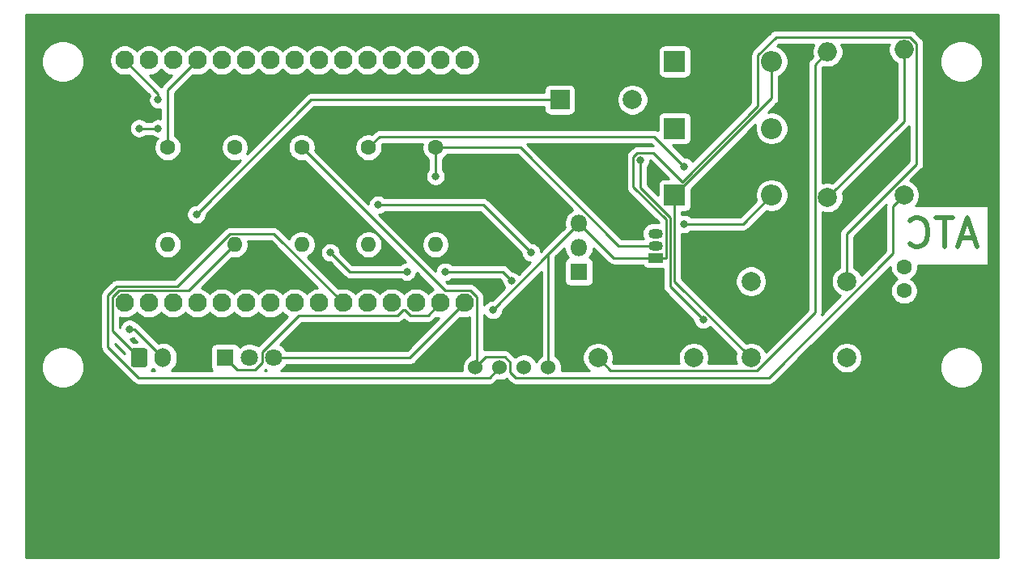
<source format=gbl>
%TF.GenerationSoftware,KiCad,Pcbnew,(5.1.9)-1*%
%TF.CreationDate,2021-03-06T13:39:37+06:00*%
%TF.ProjectId,Geiger,47656967-6572-42e6-9b69-6361645f7063,v01*%
%TF.SameCoordinates,Original*%
%TF.FileFunction,Copper,L2,Bot*%
%TF.FilePolarity,Positive*%
%FSLAX46Y46*%
G04 Gerber Fmt 4.6, Leading zero omitted, Abs format (unit mm)*
G04 Created by KiCad (PCBNEW (5.1.9)-1) date 2021-03-06 13:39:37*
%MOMM*%
%LPD*%
G01*
G04 APERTURE LIST*
%TA.AperFunction,NonConductor*%
%ADD10C,0.500000*%
%TD*%
%TA.AperFunction,ComponentPad*%
%ADD11R,2.000000X2.000000*%
%TD*%
%TA.AperFunction,ComponentPad*%
%ADD12C,2.000000*%
%TD*%
%TA.AperFunction,ComponentPad*%
%ADD13C,1.600000*%
%TD*%
%TA.AperFunction,ComponentPad*%
%ADD14R,1.800000X1.800000*%
%TD*%
%TA.AperFunction,ComponentPad*%
%ADD15C,1.800000*%
%TD*%
%TA.AperFunction,ComponentPad*%
%ADD16R,2.200000X2.200000*%
%TD*%
%TA.AperFunction,ComponentPad*%
%ADD17O,2.200000X2.200000*%
%TD*%
%TA.AperFunction,ComponentPad*%
%ADD18O,1.700000X2.000000*%
%TD*%
%TA.AperFunction,ComponentPad*%
%ADD19O,2.000000X2.000000*%
%TD*%
%TA.AperFunction,ComponentPad*%
%ADD20O,1.800000X1.800000*%
%TD*%
%TA.AperFunction,ComponentPad*%
%ADD21O,1.500000X1.050000*%
%TD*%
%TA.AperFunction,ComponentPad*%
%ADD22R,1.500000X1.050000*%
%TD*%
%TA.AperFunction,ComponentPad*%
%ADD23O,1.600000X1.600000*%
%TD*%
%TA.AperFunction,ComponentPad*%
%ADD24C,1.530000*%
%TD*%
%TA.AperFunction,ComponentPad*%
%ADD25C,1.930400*%
%TD*%
%TA.AperFunction,ViaPad*%
%ADD26C,0.800000*%
%TD*%
%TA.AperFunction,Conductor*%
%ADD27C,0.250000*%
%TD*%
%TA.AperFunction,NonConductor*%
%ADD28C,0.254000*%
%TD*%
%TA.AperFunction,NonConductor*%
%ADD29C,0.100000*%
%TD*%
G04 APERTURE END LIST*
D10*
X278357142Y-102500000D02*
X276928571Y-102500000D01*
X278642857Y-103357142D02*
X277642857Y-100357142D01*
X276642857Y-103357142D01*
X276071428Y-100357142D02*
X274357142Y-100357142D01*
X275214285Y-103357142D02*
X275214285Y-100357142D01*
X271642857Y-103071428D02*
X271785714Y-103214285D01*
X272214285Y-103357142D01*
X272500000Y-103357142D01*
X272928571Y-103214285D01*
X273214285Y-102928571D01*
X273357142Y-102642857D01*
X273500000Y-102071428D01*
X273500000Y-101642857D01*
X273357142Y-101071428D01*
X273214285Y-100785714D01*
X272928571Y-100500000D01*
X272500000Y-100357142D01*
X272214285Y-100357142D01*
X271785714Y-100500000D01*
X271642857Y-100642857D01*
D11*
%TO.P,BZ1,1*%
%TO.N,Net-(BZ1-Pad1)*%
X235000000Y-88000000D03*
D12*
%TO.P,BZ1,2*%
%TO.N,Net-(BZ1-Pad2)*%
X242600000Y-88000000D03*
%TD*%
%TO.P,C1,2*%
%TO.N,GND*%
X265000000Y-115000000D03*
%TO.P,C1,1*%
%TO.N,Net-(C1-Pad1)*%
X255000000Y-115000000D03*
%TD*%
%TO.P,C2,1*%
%TO.N,Net-(C2-Pad1)*%
X239000000Y-115000000D03*
%TO.P,C2,2*%
%TO.N,Net-(C2-Pad2)*%
X249000000Y-115000000D03*
%TD*%
%TO.P,C3,1*%
%TO.N,Net-(C3-Pad1)*%
X255000000Y-107000000D03*
%TO.P,C3,2*%
%TO.N,GND*%
X265000000Y-107000000D03*
%TD*%
D13*
%TO.P,C4,1*%
%TO.N,Net-(C4-Pad1)*%
X271000000Y-108000000D03*
%TO.P,C4,2*%
%TO.N,GND*%
X271000000Y-105500000D03*
%TD*%
D14*
%TO.P,D1,1*%
%TO.N,Net-(D1-Pad1)*%
X200000000Y-115000000D03*
D15*
%TO.P,D1,2*%
%TO.N,GND*%
X202540000Y-115000000D03*
%TO.P,D1,3*%
%TO.N,Net-(D1-Pad3)*%
X205080000Y-115000000D03*
%TD*%
D16*
%TO.P,D2,1*%
%TO.N,Net-(C1-Pad1)*%
X247000000Y-98000000D03*
D17*
%TO.P,D2,2*%
%TO.N,Net-(D2-Pad2)*%
X257160000Y-98000000D03*
%TD*%
D16*
%TO.P,D3,1*%
%TO.N,Net-(C2-Pad2)*%
X247000000Y-84000000D03*
D17*
%TO.P,D3,2*%
%TO.N,Net-(C1-Pad1)*%
X257160000Y-84000000D03*
%TD*%
%TO.P,D4,2*%
%TO.N,Net-(C2-Pad2)*%
X257160000Y-91000000D03*
D16*
%TO.P,D4,1*%
%TO.N,Net-(C3-Pad1)*%
X247000000Y-91000000D03*
%TD*%
%TO.P,J1,1*%
%TO.N,Net-(J1-Pad1)*%
%TA.AperFunction,ComponentPad*%
G36*
G01*
X190150000Y-115750000D02*
X190150000Y-114250000D01*
G75*
G02*
X190400000Y-114000000I250000J0D01*
G01*
X191600000Y-114000000D01*
G75*
G02*
X191850000Y-114250000I0J-250000D01*
G01*
X191850000Y-115750000D01*
G75*
G02*
X191600000Y-116000000I-250000J0D01*
G01*
X190400000Y-116000000D01*
G75*
G02*
X190150000Y-115750000I0J250000D01*
G01*
G37*
%TD.AperFunction*%
D18*
%TO.P,J1,2*%
%TO.N,Net-(C4-Pad1)*%
X193500000Y-115000000D03*
%TD*%
D19*
%TO.P,L1,2*%
%TO.N,Net-(D2-Pad2)*%
X271000000Y-82760000D03*
D12*
%TO.P,L1,1*%
%TO.N,VCC*%
X271000000Y-98000000D03*
%TD*%
%TO.P,L2,1*%
%TO.N,Net-(D2-Pad2)*%
X263000000Y-98240000D03*
D19*
%TO.P,L2,2*%
%TO.N,Net-(C2-Pad1)*%
X263000000Y-83000000D03*
%TD*%
D14*
%TO.P,Q1,1*%
%TO.N,Net-(Q1-Pad1)*%
X237000000Y-106000000D03*
D20*
%TO.P,Q1,2*%
%TO.N,Net-(D2-Pad2)*%
X237000000Y-103460000D03*
%TO.P,Q1,3*%
%TO.N,GND*%
X237000000Y-100920000D03*
%TD*%
D21*
%TO.P,Q2,2*%
%TO.N,Net-(Q2-Pad2)*%
X245000000Y-103270000D03*
%TO.P,Q2,3*%
%TO.N,Net-(Q2-Pad3)*%
X245000000Y-102000000D03*
D22*
%TO.P,Q2,1*%
%TO.N,GND*%
X245000000Y-104540000D03*
%TD*%
D13*
%TO.P,R1,1*%
%TO.N,Net-(R1-Pad1)*%
X194000000Y-93000000D03*
D23*
%TO.P,R1,2*%
%TO.N,Net-(Q1-Pad1)*%
X194000000Y-103160000D03*
%TD*%
D13*
%TO.P,R2,1*%
%TO.N,Net-(C3-Pad1)*%
X201000000Y-93000000D03*
D23*
%TO.P,R2,2*%
%TO.N,Net-(J1-Pad1)*%
X201000000Y-103160000D03*
%TD*%
%TO.P,R3,2*%
%TO.N,Net-(Q2-Pad2)*%
X215000000Y-103160000D03*
D13*
%TO.P,R3,1*%
%TO.N,Net-(C4-Pad1)*%
X215000000Y-93000000D03*
%TD*%
D23*
%TO.P,R4,2*%
%TO.N,GND*%
X222000000Y-103160000D03*
D13*
%TO.P,R4,1*%
%TO.N,Net-(Q2-Pad2)*%
X222000000Y-93000000D03*
%TD*%
%TO.P,R5,1*%
%TO.N,VCC*%
X208000000Y-93000000D03*
D23*
%TO.P,R5,2*%
%TO.N,Net-(Q2-Pad3)*%
X208000000Y-103160000D03*
%TD*%
D24*
%TO.P,U1,2*%
%TO.N,Net-(U1-Pad2)*%
X228730000Y-116000000D03*
%TO.P,U1,3*%
%TO.N,Net-(U1-Pad3)*%
X231270000Y-116000000D03*
%TO.P,U1,4*%
%TO.N,GND*%
X233810000Y-116000000D03*
%TO.P,U1,1*%
%TO.N,VCC*%
X226190000Y-116000000D03*
%TD*%
D25*
%TO.P,U2,3V3*%
%TO.N,Net-(U2-Pad3V3)*%
X189480000Y-109270000D03*
%TO.P,U2,GND@2*%
%TO.N,GND*%
X192020000Y-109270000D03*
%TO.P,U2,D15*%
%TO.N,Net-(Q2-Pad3)*%
X194560000Y-109270000D03*
%TO.P,U2,D2*%
%TO.N,Net-(BZ1-Pad1)*%
X197100000Y-109270000D03*
%TO.P,U2,D4*%
%TO.N,Net-(BZ1-Pad2)*%
X199640000Y-109270000D03*
%TO.P,U2,D16*%
%TO.N,Net-(U2-PadD16)*%
X202180000Y-109270000D03*
%TO.P,U2,D17*%
%TO.N,Net-(U2-PadD17)*%
X204720000Y-109270000D03*
%TO.P,U2,D5*%
%TO.N,Net-(U2-PadD5)*%
X207260000Y-109270000D03*
%TO.P,U2,D18*%
%TO.N,Net-(U1-Pad3)*%
X209800000Y-109270000D03*
%TO.P,U2,D19*%
%TO.N,Net-(U1-Pad2)*%
X212340000Y-109270000D03*
%TO.P,U2,D21*%
%TO.N,Net-(U2-PadD21)*%
X214880000Y-109270000D03*
%TO.P,U2,D3*%
%TO.N,Net-(U2-PadD3)*%
X217420000Y-109270000D03*
%TO.P,U2,D1*%
%TO.N,Net-(U2-PadD1)*%
X219960000Y-109270000D03*
%TO.P,U2,D22*%
%TO.N,Net-(D1-Pad1)*%
X222500000Y-109270000D03*
%TO.P,U2,D23*%
%TO.N,Net-(D1-Pad3)*%
X225040000Y-109270000D03*
%TO.P,U2,VIN*%
%TO.N,VCC*%
X189480000Y-83865000D03*
%TO.P,U2,GND@1*%
%TO.N,GND*%
X192020000Y-83865000D03*
%TO.P,U2,D13*%
%TO.N,Net-(U2-PadD13)*%
X194560000Y-83865000D03*
%TO.P,U2,D12*%
%TO.N,Net-(R1-Pad1)*%
X197100000Y-83865000D03*
%TO.P,U2,D14*%
%TO.N,Net-(U2-PadD14)*%
X199640000Y-83865000D03*
%TO.P,U2,D27*%
%TO.N,Net-(U2-PadD27)*%
X202180000Y-83865000D03*
%TO.P,U2,D26*%
%TO.N,Net-(U2-PadD26)*%
X204720000Y-83865000D03*
%TO.P,U2,D25*%
%TO.N,Net-(U2-PadD25)*%
X207260000Y-83865000D03*
%TO.P,U2,D33*%
%TO.N,Net-(U2-PadD33)*%
X209800000Y-83865000D03*
%TO.P,U2,D32*%
%TO.N,Net-(U2-PadD32)*%
X212340000Y-83865000D03*
%TO.P,U2,D35*%
%TO.N,Net-(U2-PadD35)*%
X214880000Y-83865000D03*
%TO.P,U2,D34*%
%TO.N,Net-(U2-PadD34)*%
X217420000Y-83865000D03*
%TO.P,U2,D39*%
%TO.N,Net-(U2-PadD39)*%
X219960000Y-83865000D03*
%TO.P,U2,D36*%
%TO.N,Net-(U2-PadD36)*%
X222500000Y-83865000D03*
%TO.P,U2,EN*%
%TO.N,Net-(U2-PadEN)*%
X225040000Y-83865000D03*
%TD*%
D26*
%TO.N,Net-(BZ1-Pad1)*%
X197000000Y-100000000D03*
%TO.N,GND*%
X228000000Y-110000000D03*
%TO.N,Net-(C3-Pad1)*%
X249987347Y-111012653D03*
X243424989Y-94300021D03*
%TO.N,Net-(C4-Pad1)*%
X190000000Y-112000000D03*
X191000000Y-91000000D03*
X193000000Y-91000000D03*
X215000000Y-93000000D03*
X248000000Y-95000000D03*
%TO.N,Net-(D2-Pad2)*%
X248000000Y-101000000D03*
%TO.N,VCC*%
X193000000Y-88000000D03*
%TO.N,Net-(Q1-Pad1)*%
X216000000Y-99000000D03*
X232000000Y-104000000D03*
%TO.N,Net-(Q2-Pad2)*%
X222000000Y-96000000D03*
%TO.N,Net-(Q2-Pad3)*%
X211000000Y-104000000D03*
X219000000Y-106000000D03*
X223000000Y-106000000D03*
X229987347Y-106987347D03*
%TD*%
D27*
%TO.N,Net-(BZ1-Pad1)*%
X209000000Y-88000000D02*
X197000000Y-100000000D01*
X235000000Y-88000000D02*
X209000000Y-88000000D01*
%TO.N,GND*%
X233810000Y-116000000D02*
X233810000Y-104110000D01*
X233810000Y-104110000D02*
X233960000Y-103960000D01*
X233960000Y-103960000D02*
X237000000Y-100920000D01*
X233810000Y-104190000D02*
X228000000Y-110000000D01*
X233810000Y-104110000D02*
X233810000Y-104190000D01*
X240620000Y-104540000D02*
X245000000Y-104540000D01*
X237000000Y-100920000D02*
X240620000Y-104540000D01*
X265000000Y-102038998D02*
X265000000Y-107000000D01*
X272325001Y-82123999D02*
X272325001Y-94713997D01*
X271636001Y-81434999D02*
X272325001Y-82123999D01*
X257615999Y-81434999D02*
X271636001Y-81434999D01*
X255734999Y-83315999D02*
X257615999Y-81434999D01*
X255734999Y-88628591D02*
X255734999Y-83315999D01*
X247788591Y-96574999D02*
X255734999Y-88628591D01*
X244788612Y-93575020D02*
X247788591Y-96574999D01*
X243076988Y-93575020D02*
X244788612Y-93575020D01*
X242699988Y-93952020D02*
X243076988Y-93575020D01*
X242699988Y-97121400D02*
X242699988Y-93952020D01*
X272325001Y-94713997D02*
X265000000Y-102038998D01*
X246099980Y-100521392D02*
X242699988Y-97121400D01*
X246099980Y-104540000D02*
X246099980Y-100521392D01*
X245000000Y-104540000D02*
X246099980Y-104540000D01*
%TO.N,Net-(C1-Pad1)*%
X257160000Y-87840000D02*
X247000000Y-98000000D01*
X257160000Y-84000000D02*
X257160000Y-87840000D01*
X247000000Y-107000000D02*
X247000000Y-98000000D01*
X255000000Y-115000000D02*
X247000000Y-107000000D01*
%TO.N,Net-(C2-Pad1)*%
X261674999Y-110286003D02*
X261674999Y-84325001D01*
X255636001Y-116325001D02*
X261674999Y-110286003D01*
X261674999Y-84325001D02*
X263000000Y-83000000D01*
X240325001Y-116325001D02*
X255636001Y-116325001D01*
X239000000Y-115000000D02*
X240325001Y-116325001D01*
%TO.N,Net-(C3-Pad1)*%
X243424989Y-97209991D02*
X243424989Y-94300021D01*
X246549990Y-100334992D02*
X243424989Y-97209991D01*
X246549990Y-107575296D02*
X246549990Y-100334992D01*
X249987347Y-111012653D02*
X246549990Y-107575296D01*
%TO.N,Net-(C4-Pad1)*%
X190500000Y-112000000D02*
X190000000Y-112000000D01*
X193500000Y-115000000D02*
X190500000Y-112000000D01*
X191000000Y-91000000D02*
X193000000Y-91000000D01*
X244874999Y-91874999D02*
X248000000Y-95000000D01*
X216125001Y-91874999D02*
X244874999Y-91874999D01*
X215000000Y-93000000D02*
X216125001Y-91874999D01*
%TO.N,Net-(D1-Pad1)*%
X221209799Y-110560201D02*
X222500000Y-109270000D01*
X219340703Y-110560201D02*
X221209799Y-110560201D01*
X218780502Y-110000000D02*
X219340703Y-110560201D01*
X218039297Y-110560201D02*
X218599498Y-110000000D01*
X207706797Y-110560201D02*
X218039297Y-110560201D01*
X203854999Y-114411999D02*
X207706797Y-110560201D01*
X203854999Y-115498003D02*
X203854999Y-114411999D01*
X218599498Y-110000000D02*
X218780502Y-110000000D01*
X203128001Y-116225001D02*
X203854999Y-115498003D01*
X201225001Y-116225001D02*
X203128001Y-116225001D01*
X200000000Y-115000000D02*
X201225001Y-116225001D01*
%TO.N,Net-(D1-Pad3)*%
X219310000Y-115000000D02*
X225040000Y-109270000D01*
X205080000Y-115000000D02*
X219310000Y-115000000D01*
%TO.N,Net-(D2-Pad2)*%
X271000000Y-90240000D02*
X263000000Y-98240000D01*
X271000000Y-82760000D02*
X271000000Y-90240000D01*
X254160000Y-101000000D02*
X257160000Y-98000000D01*
X248000000Y-101000000D02*
X254160000Y-101000000D01*
%TO.N,Net-(J1-Pad1)*%
X188189799Y-112189799D02*
X191000000Y-115000000D01*
X188189799Y-108650703D02*
X188189799Y-112189799D01*
X188860703Y-107979799D02*
X188189799Y-108650703D01*
X196180201Y-107979799D02*
X188860703Y-107979799D01*
X201000000Y-103160000D02*
X196180201Y-107979799D01*
%TO.N,VCC*%
X193000000Y-87385000D02*
X193000000Y-88000000D01*
X189480000Y-83865000D02*
X193000000Y-87385000D01*
X226330201Y-115859799D02*
X226190000Y-116000000D01*
X226330201Y-108650703D02*
X226330201Y-115859799D01*
X225659297Y-107979799D02*
X226330201Y-108650703D01*
X222979799Y-107979799D02*
X225659297Y-107979799D01*
X208000000Y-93000000D02*
X222979799Y-107979799D01*
X227280001Y-114909999D02*
X226190000Y-116000000D01*
X229253201Y-114909999D02*
X227280001Y-114909999D01*
X229820001Y-115476799D02*
X229253201Y-114909999D01*
X229820001Y-116523201D02*
X229820001Y-115476799D01*
X230386801Y-117090001D02*
X229820001Y-116523201D01*
X256871001Y-117090001D02*
X230386801Y-117090001D01*
X269874999Y-104086003D02*
X256871001Y-117090001D01*
X269874999Y-99125001D02*
X269874999Y-104086003D01*
X271000000Y-98000000D02*
X269874999Y-99125001D01*
%TO.N,Net-(Q1-Pad1)*%
X227000000Y-99000000D02*
X232000000Y-104000000D01*
X216000000Y-99000000D02*
X227000000Y-99000000D01*
%TO.N,Net-(Q2-Pad2)*%
X222000000Y-96000000D02*
X222000000Y-93000000D01*
X230893002Y-93000000D02*
X222000000Y-93000000D01*
X241163002Y-103270000D02*
X230893002Y-93000000D01*
X245000000Y-103270000D02*
X241163002Y-103270000D01*
%TO.N,Net-(Q2-Pad3)*%
X213000000Y-106000000D02*
X219000000Y-106000000D01*
X211000000Y-104000000D02*
X213000000Y-106000000D01*
X229000000Y-106000000D02*
X229987347Y-106987347D01*
X223000000Y-106000000D02*
X229000000Y-106000000D01*
%TO.N,Net-(R1-Pad1)*%
X194000000Y-86965000D02*
X197100000Y-83865000D01*
X194000000Y-93000000D02*
X194000000Y-86965000D01*
%TO.N,Net-(U1-Pad2)*%
X227639999Y-117090001D02*
X228730000Y-116000000D01*
X187739789Y-113902979D02*
X190926811Y-117090001D01*
X188674302Y-107529790D02*
X187739789Y-108464303D01*
X187739789Y-108464303D02*
X187739789Y-113902979D01*
X194965208Y-107529790D02*
X188674302Y-107529790D01*
X190926811Y-117090001D02*
X227639999Y-117090001D01*
X200459999Y-102034999D02*
X194965208Y-107529790D01*
X205104999Y-102034999D02*
X200459999Y-102034999D01*
X212340000Y-109270000D02*
X205104999Y-102034999D01*
%TD*%
D28*
X280873000Y-135873000D02*
X179127000Y-135873000D01*
X179127000Y-115779872D01*
X180765000Y-115779872D01*
X180765000Y-116220128D01*
X180850890Y-116651925D01*
X181019369Y-117058669D01*
X181263962Y-117424729D01*
X181575271Y-117736038D01*
X181941331Y-117980631D01*
X182348075Y-118149110D01*
X182779872Y-118235000D01*
X183220128Y-118235000D01*
X183651925Y-118149110D01*
X184058669Y-117980631D01*
X184424729Y-117736038D01*
X184736038Y-117424729D01*
X184980631Y-117058669D01*
X185149110Y-116651925D01*
X185235000Y-116220128D01*
X185235000Y-115779872D01*
X185149110Y-115348075D01*
X184980631Y-114941331D01*
X184736038Y-114575271D01*
X184424729Y-114263962D01*
X184058669Y-114019369D01*
X183651925Y-113850890D01*
X183220128Y-113765000D01*
X182779872Y-113765000D01*
X182348075Y-113850890D01*
X181941331Y-114019369D01*
X181575271Y-114263962D01*
X181263962Y-114575271D01*
X181019369Y-114941331D01*
X180850890Y-115348075D01*
X180765000Y-115779872D01*
X179127000Y-115779872D01*
X179127000Y-108464303D01*
X186976113Y-108464303D01*
X186979789Y-108501626D01*
X186979790Y-113865647D01*
X186976113Y-113902979D01*
X186990787Y-114051964D01*
X187034243Y-114195225D01*
X187104815Y-114327255D01*
X187175990Y-114413981D01*
X187199789Y-114442980D01*
X187228787Y-114466778D01*
X190363012Y-117601004D01*
X190386810Y-117630002D01*
X190502535Y-117724975D01*
X190634564Y-117795547D01*
X190777825Y-117839004D01*
X190889478Y-117850001D01*
X190889486Y-117850001D01*
X190926811Y-117853677D01*
X190964136Y-117850001D01*
X227602677Y-117850001D01*
X227639999Y-117853677D01*
X227677321Y-117850001D01*
X227677332Y-117850001D01*
X227788985Y-117839004D01*
X227932246Y-117795547D01*
X228064275Y-117724975D01*
X228180000Y-117630002D01*
X228203803Y-117600999D01*
X228435878Y-117368923D01*
X228592112Y-117400000D01*
X228867888Y-117400000D01*
X229138365Y-117346199D01*
X229393149Y-117240664D01*
X229434819Y-117212821D01*
X229823001Y-117601003D01*
X229846800Y-117630002D01*
X229962525Y-117724975D01*
X230094554Y-117795547D01*
X230237815Y-117839004D01*
X230349468Y-117850001D01*
X230349477Y-117850001D01*
X230386800Y-117853677D01*
X230424123Y-117850001D01*
X256833679Y-117850001D01*
X256871001Y-117853677D01*
X256908323Y-117850001D01*
X256908334Y-117850001D01*
X257019987Y-117839004D01*
X257163248Y-117795547D01*
X257295277Y-117724975D01*
X257411002Y-117630002D01*
X257434805Y-117600998D01*
X260196836Y-114838967D01*
X263365000Y-114838967D01*
X263365000Y-115161033D01*
X263427832Y-115476912D01*
X263551082Y-115774463D01*
X263730013Y-116042252D01*
X263957748Y-116269987D01*
X264225537Y-116448918D01*
X264523088Y-116572168D01*
X264838967Y-116635000D01*
X265161033Y-116635000D01*
X265476912Y-116572168D01*
X265774463Y-116448918D01*
X266042252Y-116269987D01*
X266269987Y-116042252D01*
X266445303Y-115779872D01*
X274765000Y-115779872D01*
X274765000Y-116220128D01*
X274850890Y-116651925D01*
X275019369Y-117058669D01*
X275263962Y-117424729D01*
X275575271Y-117736038D01*
X275941331Y-117980631D01*
X276348075Y-118149110D01*
X276779872Y-118235000D01*
X277220128Y-118235000D01*
X277651925Y-118149110D01*
X278058669Y-117980631D01*
X278424729Y-117736038D01*
X278736038Y-117424729D01*
X278980631Y-117058669D01*
X279149110Y-116651925D01*
X279235000Y-116220128D01*
X279235000Y-115779872D01*
X279149110Y-115348075D01*
X278980631Y-114941331D01*
X278736038Y-114575271D01*
X278424729Y-114263962D01*
X278058669Y-114019369D01*
X277651925Y-113850890D01*
X277220128Y-113765000D01*
X276779872Y-113765000D01*
X276348075Y-113850890D01*
X275941331Y-114019369D01*
X275575271Y-114263962D01*
X275263962Y-114575271D01*
X275019369Y-114941331D01*
X274850890Y-115348075D01*
X274765000Y-115779872D01*
X266445303Y-115779872D01*
X266448918Y-115774463D01*
X266572168Y-115476912D01*
X266635000Y-115161033D01*
X266635000Y-114838967D01*
X266572168Y-114523088D01*
X266448918Y-114225537D01*
X266269987Y-113957748D01*
X266042252Y-113730013D01*
X265774463Y-113551082D01*
X265476912Y-113427832D01*
X265161033Y-113365000D01*
X264838967Y-113365000D01*
X264523088Y-113427832D01*
X264225537Y-113551082D01*
X263957748Y-113730013D01*
X263730013Y-113957748D01*
X263551082Y-114225537D01*
X263427832Y-114523088D01*
X263365000Y-114838967D01*
X260196836Y-114838967D01*
X269565000Y-105470804D01*
X269565000Y-105641335D01*
X269620147Y-105918574D01*
X269728320Y-106179727D01*
X269885363Y-106414759D01*
X270085241Y-106614637D01*
X270287827Y-106750000D01*
X270085241Y-106885363D01*
X269885363Y-107085241D01*
X269728320Y-107320273D01*
X269620147Y-107581426D01*
X269565000Y-107858665D01*
X269565000Y-108141335D01*
X269620147Y-108418574D01*
X269728320Y-108679727D01*
X269885363Y-108914759D01*
X270085241Y-109114637D01*
X270320273Y-109271680D01*
X270581426Y-109379853D01*
X270858665Y-109435000D01*
X271141335Y-109435000D01*
X271418574Y-109379853D01*
X271679727Y-109271680D01*
X271914759Y-109114637D01*
X272114637Y-108914759D01*
X272271680Y-108679727D01*
X272379853Y-108418574D01*
X272435000Y-108141335D01*
X272435000Y-107858665D01*
X272379853Y-107581426D01*
X272271680Y-107320273D01*
X272114637Y-107085241D01*
X271914759Y-106885363D01*
X271712173Y-106750000D01*
X271914759Y-106614637D01*
X272114637Y-106414759D01*
X272271680Y-106179727D01*
X272379853Y-105918574D01*
X272435000Y-105641335D01*
X272435000Y-105358665D01*
X272433276Y-105350000D01*
X279813572Y-105350000D01*
X279813572Y-99080000D01*
X272232239Y-99080000D01*
X272269987Y-99042252D01*
X272448918Y-98774463D01*
X272572168Y-98476912D01*
X272635000Y-98161033D01*
X272635000Y-97838967D01*
X272572168Y-97523088D01*
X272448918Y-97225537D01*
X272269987Y-96957748D01*
X272042252Y-96730013D01*
X271774463Y-96551082D01*
X271624737Y-96489063D01*
X272836004Y-95277796D01*
X272865002Y-95253998D01*
X272959975Y-95138273D01*
X273030547Y-95006244D01*
X273074004Y-94862983D01*
X273085001Y-94751330D01*
X273085001Y-94751322D01*
X273088677Y-94713997D01*
X273085001Y-94676672D01*
X273085001Y-83779872D01*
X274765000Y-83779872D01*
X274765000Y-84220128D01*
X274850890Y-84651925D01*
X275019369Y-85058669D01*
X275263962Y-85424729D01*
X275575271Y-85736038D01*
X275941331Y-85980631D01*
X276348075Y-86149110D01*
X276779872Y-86235000D01*
X277220128Y-86235000D01*
X277651925Y-86149110D01*
X278058669Y-85980631D01*
X278424729Y-85736038D01*
X278736038Y-85424729D01*
X278980631Y-85058669D01*
X279149110Y-84651925D01*
X279235000Y-84220128D01*
X279235000Y-83779872D01*
X279149110Y-83348075D01*
X278980631Y-82941331D01*
X278736038Y-82575271D01*
X278424729Y-82263962D01*
X278058669Y-82019369D01*
X277651925Y-81850890D01*
X277220128Y-81765000D01*
X276779872Y-81765000D01*
X276348075Y-81850890D01*
X275941331Y-82019369D01*
X275575271Y-82263962D01*
X275263962Y-82575271D01*
X275019369Y-82941331D01*
X274850890Y-83348075D01*
X274765000Y-83779872D01*
X273085001Y-83779872D01*
X273085001Y-82161321D01*
X273088677Y-82123998D01*
X273085001Y-82086675D01*
X273085001Y-82086666D01*
X273074004Y-81975013D01*
X273030547Y-81831752D01*
X272959976Y-81699724D01*
X272959975Y-81699722D01*
X272888800Y-81612996D01*
X272865002Y-81583998D01*
X272836005Y-81560201D01*
X272199804Y-80924001D01*
X272176002Y-80894998D01*
X272060277Y-80800025D01*
X271928248Y-80729453D01*
X271784987Y-80685996D01*
X271673334Y-80674999D01*
X271673323Y-80674999D01*
X271636001Y-80671323D01*
X271598679Y-80674999D01*
X257653324Y-80674999D01*
X257615999Y-80671323D01*
X257578674Y-80674999D01*
X257578666Y-80674999D01*
X257467013Y-80685996D01*
X257323752Y-80729453D01*
X257191723Y-80800025D01*
X257075998Y-80894998D01*
X257052200Y-80923996D01*
X255223997Y-82752200D01*
X255194999Y-82775998D01*
X255171201Y-82804996D01*
X255171200Y-82804997D01*
X255100025Y-82891723D01*
X255029453Y-83023753D01*
X255005923Y-83101324D01*
X254985997Y-83167013D01*
X254977725Y-83250997D01*
X254971323Y-83315999D01*
X254975000Y-83353331D01*
X254974999Y-88313789D01*
X248861866Y-94426923D01*
X248803937Y-94340226D01*
X248659774Y-94196063D01*
X248490256Y-94082795D01*
X248301898Y-94004774D01*
X248101939Y-93965000D01*
X248039802Y-93965000D01*
X246812873Y-92738072D01*
X248100000Y-92738072D01*
X248224482Y-92725812D01*
X248344180Y-92689502D01*
X248454494Y-92630537D01*
X248551185Y-92551185D01*
X248630537Y-92454494D01*
X248689502Y-92344180D01*
X248725812Y-92224482D01*
X248738072Y-92100000D01*
X248738072Y-89900000D01*
X248725812Y-89775518D01*
X248689502Y-89655820D01*
X248630537Y-89545506D01*
X248551185Y-89448815D01*
X248454494Y-89369463D01*
X248344180Y-89310498D01*
X248224482Y-89274188D01*
X248100000Y-89261928D01*
X245900000Y-89261928D01*
X245775518Y-89274188D01*
X245655820Y-89310498D01*
X245545506Y-89369463D01*
X245448815Y-89448815D01*
X245369463Y-89545506D01*
X245310498Y-89655820D01*
X245274188Y-89775518D01*
X245261928Y-89900000D01*
X245261928Y-91220062D01*
X245167246Y-91169453D01*
X245023985Y-91125996D01*
X244912332Y-91114999D01*
X244912321Y-91114999D01*
X244874999Y-91111323D01*
X244837677Y-91114999D01*
X216162326Y-91114999D01*
X216125001Y-91111323D01*
X216087676Y-91114999D01*
X216087668Y-91114999D01*
X215976015Y-91125996D01*
X215832754Y-91169453D01*
X215700725Y-91240025D01*
X215585000Y-91334998D01*
X215561202Y-91363996D01*
X215323886Y-91601312D01*
X215141335Y-91565000D01*
X214858665Y-91565000D01*
X214581426Y-91620147D01*
X214320273Y-91728320D01*
X214085241Y-91885363D01*
X213885363Y-92085241D01*
X213728320Y-92320273D01*
X213620147Y-92581426D01*
X213565000Y-92858665D01*
X213565000Y-93141335D01*
X213620147Y-93418574D01*
X213728320Y-93679727D01*
X213885363Y-93914759D01*
X214085241Y-94114637D01*
X214320273Y-94271680D01*
X214581426Y-94379853D01*
X214858665Y-94435000D01*
X215141335Y-94435000D01*
X215418574Y-94379853D01*
X215679727Y-94271680D01*
X215914759Y-94114637D01*
X216114637Y-93914759D01*
X216271680Y-93679727D01*
X216379853Y-93418574D01*
X216435000Y-93141335D01*
X216435000Y-92858665D01*
X216398688Y-92676114D01*
X216439803Y-92634999D01*
X220609491Y-92634999D01*
X220565000Y-92858665D01*
X220565000Y-93141335D01*
X220620147Y-93418574D01*
X220728320Y-93679727D01*
X220885363Y-93914759D01*
X221085241Y-94114637D01*
X221240001Y-94218044D01*
X221240000Y-95296289D01*
X221196063Y-95340226D01*
X221082795Y-95509744D01*
X221004774Y-95698102D01*
X220965000Y-95898061D01*
X220965000Y-96101939D01*
X221004774Y-96301898D01*
X221082795Y-96490256D01*
X221196063Y-96659774D01*
X221340226Y-96803937D01*
X221509744Y-96917205D01*
X221698102Y-96995226D01*
X221898061Y-97035000D01*
X222101939Y-97035000D01*
X222301898Y-96995226D01*
X222490256Y-96917205D01*
X222659774Y-96803937D01*
X222803937Y-96659774D01*
X222917205Y-96490256D01*
X222995226Y-96301898D01*
X223035000Y-96101939D01*
X223035000Y-95898061D01*
X222995226Y-95698102D01*
X222917205Y-95509744D01*
X222803937Y-95340226D01*
X222760000Y-95296289D01*
X222760000Y-94218043D01*
X222914759Y-94114637D01*
X223114637Y-93914759D01*
X223218043Y-93760000D01*
X230578201Y-93760000D01*
X236347149Y-99528948D01*
X236272905Y-99559701D01*
X236021495Y-99727688D01*
X235807688Y-99941495D01*
X235639701Y-100192905D01*
X235523989Y-100472257D01*
X235465000Y-100768816D01*
X235465000Y-101071184D01*
X235516269Y-101328930D01*
X233299003Y-103546196D01*
X233269999Y-103569999D01*
X233236200Y-103611184D01*
X233175026Y-103685724D01*
X233163251Y-103707754D01*
X233104454Y-103817754D01*
X233103152Y-103822046D01*
X233033695Y-103891503D01*
X232995226Y-103698102D01*
X232917205Y-103509744D01*
X232803937Y-103340226D01*
X232659774Y-103196063D01*
X232490256Y-103082795D01*
X232301898Y-103004774D01*
X232101939Y-102965000D01*
X232039802Y-102965000D01*
X227563804Y-98489003D01*
X227540001Y-98459999D01*
X227424276Y-98365026D01*
X227292247Y-98294454D01*
X227148986Y-98250997D01*
X227037333Y-98240000D01*
X227037322Y-98240000D01*
X227000000Y-98236324D01*
X226962678Y-98240000D01*
X216703711Y-98240000D01*
X216659774Y-98196063D01*
X216490256Y-98082795D01*
X216301898Y-98004774D01*
X216101939Y-97965000D01*
X215898061Y-97965000D01*
X215698102Y-98004774D01*
X215509744Y-98082795D01*
X215340226Y-98196063D01*
X215196063Y-98340226D01*
X215082795Y-98509744D01*
X215004774Y-98698102D01*
X214966304Y-98891503D01*
X209398688Y-93323887D01*
X209435000Y-93141335D01*
X209435000Y-92858665D01*
X209379853Y-92581426D01*
X209271680Y-92320273D01*
X209114637Y-92085241D01*
X208914759Y-91885363D01*
X208679727Y-91728320D01*
X208418574Y-91620147D01*
X208141335Y-91565000D01*
X207858665Y-91565000D01*
X207581426Y-91620147D01*
X207320273Y-91728320D01*
X207085241Y-91885363D01*
X206885363Y-92085241D01*
X206728320Y-92320273D01*
X206620147Y-92581426D01*
X206565000Y-92858665D01*
X206565000Y-93141335D01*
X206620147Y-93418574D01*
X206728320Y-93679727D01*
X206885363Y-93914759D01*
X207085241Y-94114637D01*
X207320273Y-94271680D01*
X207581426Y-94379853D01*
X207858665Y-94435000D01*
X208141335Y-94435000D01*
X208323887Y-94398688D01*
X218891503Y-104966305D01*
X218698102Y-105004774D01*
X218509744Y-105082795D01*
X218340226Y-105196063D01*
X218296289Y-105240000D01*
X213314802Y-105240000D01*
X212035000Y-103960199D01*
X212035000Y-103898061D01*
X211995226Y-103698102D01*
X211917205Y-103509744D01*
X211803937Y-103340226D01*
X211659774Y-103196063D01*
X211490256Y-103082795D01*
X211335434Y-103018665D01*
X213565000Y-103018665D01*
X213565000Y-103301335D01*
X213620147Y-103578574D01*
X213728320Y-103839727D01*
X213885363Y-104074759D01*
X214085241Y-104274637D01*
X214320273Y-104431680D01*
X214581426Y-104539853D01*
X214858665Y-104595000D01*
X215141335Y-104595000D01*
X215418574Y-104539853D01*
X215679727Y-104431680D01*
X215914759Y-104274637D01*
X216114637Y-104074759D01*
X216271680Y-103839727D01*
X216379853Y-103578574D01*
X216435000Y-103301335D01*
X216435000Y-103018665D01*
X216379853Y-102741426D01*
X216271680Y-102480273D01*
X216114637Y-102245241D01*
X215914759Y-102045363D01*
X215679727Y-101888320D01*
X215418574Y-101780147D01*
X215141335Y-101725000D01*
X214858665Y-101725000D01*
X214581426Y-101780147D01*
X214320273Y-101888320D01*
X214085241Y-102045363D01*
X213885363Y-102245241D01*
X213728320Y-102480273D01*
X213620147Y-102741426D01*
X213565000Y-103018665D01*
X211335434Y-103018665D01*
X211301898Y-103004774D01*
X211101939Y-102965000D01*
X210898061Y-102965000D01*
X210698102Y-103004774D01*
X210509744Y-103082795D01*
X210340226Y-103196063D01*
X210196063Y-103340226D01*
X210082795Y-103509744D01*
X210004774Y-103698102D01*
X209965000Y-103898061D01*
X209965000Y-104101939D01*
X210004774Y-104301898D01*
X210082795Y-104490256D01*
X210196063Y-104659774D01*
X210340226Y-104803937D01*
X210509744Y-104917205D01*
X210698102Y-104995226D01*
X210898061Y-105035000D01*
X210960199Y-105035000D01*
X212436200Y-106511002D01*
X212459999Y-106540001D01*
X212488997Y-106563799D01*
X212575723Y-106634974D01*
X212688210Y-106695100D01*
X212707753Y-106705546D01*
X212851014Y-106749003D01*
X212962667Y-106760000D01*
X212962676Y-106760000D01*
X212999999Y-106763676D01*
X213037322Y-106760000D01*
X218296289Y-106760000D01*
X218340226Y-106803937D01*
X218509744Y-106917205D01*
X218698102Y-106995226D01*
X218898061Y-107035000D01*
X219101939Y-107035000D01*
X219301898Y-106995226D01*
X219490256Y-106917205D01*
X219659774Y-106803937D01*
X219803937Y-106659774D01*
X219917205Y-106490256D01*
X219995226Y-106301898D01*
X220033695Y-106108497D01*
X221766839Y-107841641D01*
X221742021Y-107851921D01*
X221479932Y-108027043D01*
X221257043Y-108249932D01*
X221230000Y-108290405D01*
X221202957Y-108249932D01*
X220980068Y-108027043D01*
X220717979Y-107851921D01*
X220426761Y-107731294D01*
X220117606Y-107669800D01*
X219802394Y-107669800D01*
X219493239Y-107731294D01*
X219202021Y-107851921D01*
X218939932Y-108027043D01*
X218717043Y-108249932D01*
X218690000Y-108290405D01*
X218662957Y-108249932D01*
X218440068Y-108027043D01*
X218177979Y-107851921D01*
X217886761Y-107731294D01*
X217577606Y-107669800D01*
X217262394Y-107669800D01*
X216953239Y-107731294D01*
X216662021Y-107851921D01*
X216399932Y-108027043D01*
X216177043Y-108249932D01*
X216150000Y-108290405D01*
X216122957Y-108249932D01*
X215900068Y-108027043D01*
X215637979Y-107851921D01*
X215346761Y-107731294D01*
X215037606Y-107669800D01*
X214722394Y-107669800D01*
X214413239Y-107731294D01*
X214122021Y-107851921D01*
X213859932Y-108027043D01*
X213637043Y-108249932D01*
X213610000Y-108290405D01*
X213582957Y-108249932D01*
X213360068Y-108027043D01*
X213097979Y-107851921D01*
X212806761Y-107731294D01*
X212497606Y-107669800D01*
X212182394Y-107669800D01*
X211875622Y-107730820D01*
X208606721Y-104461920D01*
X208679727Y-104431680D01*
X208914759Y-104274637D01*
X209114637Y-104074759D01*
X209271680Y-103839727D01*
X209379853Y-103578574D01*
X209435000Y-103301335D01*
X209435000Y-103018665D01*
X209379853Y-102741426D01*
X209271680Y-102480273D01*
X209114637Y-102245241D01*
X208914759Y-102045363D01*
X208679727Y-101888320D01*
X208418574Y-101780147D01*
X208141335Y-101725000D01*
X207858665Y-101725000D01*
X207581426Y-101780147D01*
X207320273Y-101888320D01*
X207085241Y-102045363D01*
X206885363Y-102245241D01*
X206728320Y-102480273D01*
X206698080Y-102553279D01*
X205668803Y-101524002D01*
X205645000Y-101494998D01*
X205529275Y-101400025D01*
X205397246Y-101329453D01*
X205253985Y-101285996D01*
X205142332Y-101274999D01*
X205142321Y-101274999D01*
X205104999Y-101271323D01*
X205067677Y-101274999D01*
X200497322Y-101274999D01*
X200459999Y-101271323D01*
X200422676Y-101274999D01*
X200422666Y-101274999D01*
X200311013Y-101285996D01*
X200167752Y-101329453D01*
X200035722Y-101400025D01*
X199997977Y-101431002D01*
X199919998Y-101494998D01*
X199896200Y-101523996D01*
X194650407Y-106769790D01*
X188711625Y-106769790D01*
X188674302Y-106766114D01*
X188636979Y-106769790D01*
X188636969Y-106769790D01*
X188525316Y-106780787D01*
X188382055Y-106824244D01*
X188250025Y-106894816D01*
X188166385Y-106963458D01*
X188134301Y-106989789D01*
X188110503Y-107018787D01*
X187228791Y-107900499D01*
X187199788Y-107924302D01*
X187175362Y-107954066D01*
X187104815Y-108040027D01*
X187067038Y-108110702D01*
X187034243Y-108172057D01*
X186990786Y-108315318D01*
X186979789Y-108426971D01*
X186979789Y-108426981D01*
X186976113Y-108464303D01*
X179127000Y-108464303D01*
X179127000Y-103018665D01*
X192565000Y-103018665D01*
X192565000Y-103301335D01*
X192620147Y-103578574D01*
X192728320Y-103839727D01*
X192885363Y-104074759D01*
X193085241Y-104274637D01*
X193320273Y-104431680D01*
X193581426Y-104539853D01*
X193858665Y-104595000D01*
X194141335Y-104595000D01*
X194418574Y-104539853D01*
X194679727Y-104431680D01*
X194914759Y-104274637D01*
X195114637Y-104074759D01*
X195271680Y-103839727D01*
X195379853Y-103578574D01*
X195435000Y-103301335D01*
X195435000Y-103018665D01*
X195379853Y-102741426D01*
X195271680Y-102480273D01*
X195114637Y-102245241D01*
X194914759Y-102045363D01*
X194679727Y-101888320D01*
X194418574Y-101780147D01*
X194141335Y-101725000D01*
X193858665Y-101725000D01*
X193581426Y-101780147D01*
X193320273Y-101888320D01*
X193085241Y-102045363D01*
X192885363Y-102245241D01*
X192728320Y-102480273D01*
X192620147Y-102741426D01*
X192565000Y-103018665D01*
X179127000Y-103018665D01*
X179127000Y-99898061D01*
X195965000Y-99898061D01*
X195965000Y-100101939D01*
X196004774Y-100301898D01*
X196082795Y-100490256D01*
X196196063Y-100659774D01*
X196340226Y-100803937D01*
X196509744Y-100917205D01*
X196698102Y-100995226D01*
X196898061Y-101035000D01*
X197101939Y-101035000D01*
X197301898Y-100995226D01*
X197490256Y-100917205D01*
X197659774Y-100803937D01*
X197803937Y-100659774D01*
X197917205Y-100490256D01*
X197995226Y-100301898D01*
X198035000Y-100101939D01*
X198035000Y-100039801D01*
X209314802Y-88760000D01*
X233361928Y-88760000D01*
X233361928Y-89000000D01*
X233374188Y-89124482D01*
X233410498Y-89244180D01*
X233469463Y-89354494D01*
X233548815Y-89451185D01*
X233645506Y-89530537D01*
X233755820Y-89589502D01*
X233875518Y-89625812D01*
X234000000Y-89638072D01*
X236000000Y-89638072D01*
X236124482Y-89625812D01*
X236244180Y-89589502D01*
X236354494Y-89530537D01*
X236451185Y-89451185D01*
X236530537Y-89354494D01*
X236589502Y-89244180D01*
X236625812Y-89124482D01*
X236638072Y-89000000D01*
X236638072Y-87838967D01*
X240965000Y-87838967D01*
X240965000Y-88161033D01*
X241027832Y-88476912D01*
X241151082Y-88774463D01*
X241330013Y-89042252D01*
X241557748Y-89269987D01*
X241825537Y-89448918D01*
X242123088Y-89572168D01*
X242438967Y-89635000D01*
X242761033Y-89635000D01*
X243076912Y-89572168D01*
X243374463Y-89448918D01*
X243642252Y-89269987D01*
X243869987Y-89042252D01*
X244048918Y-88774463D01*
X244172168Y-88476912D01*
X244235000Y-88161033D01*
X244235000Y-87838967D01*
X244172168Y-87523088D01*
X244048918Y-87225537D01*
X243869987Y-86957748D01*
X243642252Y-86730013D01*
X243374463Y-86551082D01*
X243076912Y-86427832D01*
X242761033Y-86365000D01*
X242438967Y-86365000D01*
X242123088Y-86427832D01*
X241825537Y-86551082D01*
X241557748Y-86730013D01*
X241330013Y-86957748D01*
X241151082Y-87225537D01*
X241027832Y-87523088D01*
X240965000Y-87838967D01*
X236638072Y-87838967D01*
X236638072Y-87000000D01*
X236625812Y-86875518D01*
X236589502Y-86755820D01*
X236530537Y-86645506D01*
X236451185Y-86548815D01*
X236354494Y-86469463D01*
X236244180Y-86410498D01*
X236124482Y-86374188D01*
X236000000Y-86361928D01*
X234000000Y-86361928D01*
X233875518Y-86374188D01*
X233755820Y-86410498D01*
X233645506Y-86469463D01*
X233548815Y-86548815D01*
X233469463Y-86645506D01*
X233410498Y-86755820D01*
X233374188Y-86875518D01*
X233361928Y-87000000D01*
X233361928Y-87240000D01*
X209037325Y-87240000D01*
X209000000Y-87236324D01*
X208962675Y-87240000D01*
X208962667Y-87240000D01*
X208851014Y-87250997D01*
X208707753Y-87294454D01*
X208575724Y-87365026D01*
X208459999Y-87459999D01*
X208436201Y-87488997D01*
X202290212Y-93634986D01*
X202379853Y-93418574D01*
X202435000Y-93141335D01*
X202435000Y-92858665D01*
X202379853Y-92581426D01*
X202271680Y-92320273D01*
X202114637Y-92085241D01*
X201914759Y-91885363D01*
X201679727Y-91728320D01*
X201418574Y-91620147D01*
X201141335Y-91565000D01*
X200858665Y-91565000D01*
X200581426Y-91620147D01*
X200320273Y-91728320D01*
X200085241Y-91885363D01*
X199885363Y-92085241D01*
X199728320Y-92320273D01*
X199620147Y-92581426D01*
X199565000Y-92858665D01*
X199565000Y-93141335D01*
X199620147Y-93418574D01*
X199728320Y-93679727D01*
X199885363Y-93914759D01*
X200085241Y-94114637D01*
X200320273Y-94271680D01*
X200581426Y-94379853D01*
X200858665Y-94435000D01*
X201141335Y-94435000D01*
X201418574Y-94379853D01*
X201634986Y-94290212D01*
X196960199Y-98965000D01*
X196898061Y-98965000D01*
X196698102Y-99004774D01*
X196509744Y-99082795D01*
X196340226Y-99196063D01*
X196196063Y-99340226D01*
X196082795Y-99509744D01*
X196004774Y-99698102D01*
X195965000Y-99898061D01*
X179127000Y-99898061D01*
X179127000Y-83779872D01*
X180765000Y-83779872D01*
X180765000Y-84220128D01*
X180850890Y-84651925D01*
X181019369Y-85058669D01*
X181263962Y-85424729D01*
X181575271Y-85736038D01*
X181941331Y-85980631D01*
X182348075Y-86149110D01*
X182779872Y-86235000D01*
X183220128Y-86235000D01*
X183651925Y-86149110D01*
X184058669Y-85980631D01*
X184424729Y-85736038D01*
X184736038Y-85424729D01*
X184980631Y-85058669D01*
X185149110Y-84651925D01*
X185235000Y-84220128D01*
X185235000Y-83779872D01*
X185220584Y-83707394D01*
X187879800Y-83707394D01*
X187879800Y-84022606D01*
X187941294Y-84331761D01*
X188061921Y-84622979D01*
X188237043Y-84885068D01*
X188459932Y-85107957D01*
X188722021Y-85283079D01*
X189013239Y-85403706D01*
X189322394Y-85465200D01*
X189637606Y-85465200D01*
X189944379Y-85404180D01*
X192073173Y-87532974D01*
X192004774Y-87698102D01*
X191965000Y-87898061D01*
X191965000Y-88101939D01*
X192004774Y-88301898D01*
X192082795Y-88490256D01*
X192196063Y-88659774D01*
X192340226Y-88803937D01*
X192509744Y-88917205D01*
X192698102Y-88995226D01*
X192898061Y-89035000D01*
X193101939Y-89035000D01*
X193240001Y-89007538D01*
X193240000Y-89992462D01*
X193101939Y-89965000D01*
X192898061Y-89965000D01*
X192698102Y-90004774D01*
X192509744Y-90082795D01*
X192340226Y-90196063D01*
X192296289Y-90240000D01*
X191703711Y-90240000D01*
X191659774Y-90196063D01*
X191490256Y-90082795D01*
X191301898Y-90004774D01*
X191101939Y-89965000D01*
X190898061Y-89965000D01*
X190698102Y-90004774D01*
X190509744Y-90082795D01*
X190340226Y-90196063D01*
X190196063Y-90340226D01*
X190082795Y-90509744D01*
X190004774Y-90698102D01*
X189965000Y-90898061D01*
X189965000Y-91101939D01*
X190004774Y-91301898D01*
X190082795Y-91490256D01*
X190196063Y-91659774D01*
X190340226Y-91803937D01*
X190509744Y-91917205D01*
X190698102Y-91995226D01*
X190898061Y-92035000D01*
X191101939Y-92035000D01*
X191301898Y-91995226D01*
X191490256Y-91917205D01*
X191659774Y-91803937D01*
X191703711Y-91760000D01*
X192296289Y-91760000D01*
X192340226Y-91803937D01*
X192509744Y-91917205D01*
X192698102Y-91995226D01*
X192898061Y-92035000D01*
X192935604Y-92035000D01*
X192885363Y-92085241D01*
X192728320Y-92320273D01*
X192620147Y-92581426D01*
X192565000Y-92858665D01*
X192565000Y-93141335D01*
X192620147Y-93418574D01*
X192728320Y-93679727D01*
X192885363Y-93914759D01*
X193085241Y-94114637D01*
X193320273Y-94271680D01*
X193581426Y-94379853D01*
X193858665Y-94435000D01*
X194141335Y-94435000D01*
X194418574Y-94379853D01*
X194679727Y-94271680D01*
X194914759Y-94114637D01*
X195114637Y-93914759D01*
X195271680Y-93679727D01*
X195379853Y-93418574D01*
X195435000Y-93141335D01*
X195435000Y-92858665D01*
X195379853Y-92581426D01*
X195271680Y-92320273D01*
X195114637Y-92085241D01*
X194914759Y-91885363D01*
X194760000Y-91781957D01*
X194760000Y-87279801D01*
X196635622Y-85404180D01*
X196942394Y-85465200D01*
X197257606Y-85465200D01*
X197566761Y-85403706D01*
X197857979Y-85283079D01*
X198120068Y-85107957D01*
X198342957Y-84885068D01*
X198370000Y-84844595D01*
X198397043Y-84885068D01*
X198619932Y-85107957D01*
X198882021Y-85283079D01*
X199173239Y-85403706D01*
X199482394Y-85465200D01*
X199797606Y-85465200D01*
X200106761Y-85403706D01*
X200397979Y-85283079D01*
X200660068Y-85107957D01*
X200882957Y-84885068D01*
X200910000Y-84844595D01*
X200937043Y-84885068D01*
X201159932Y-85107957D01*
X201422021Y-85283079D01*
X201713239Y-85403706D01*
X202022394Y-85465200D01*
X202337606Y-85465200D01*
X202646761Y-85403706D01*
X202937979Y-85283079D01*
X203200068Y-85107957D01*
X203422957Y-84885068D01*
X203450000Y-84844595D01*
X203477043Y-84885068D01*
X203699932Y-85107957D01*
X203962021Y-85283079D01*
X204253239Y-85403706D01*
X204562394Y-85465200D01*
X204877606Y-85465200D01*
X205186761Y-85403706D01*
X205477979Y-85283079D01*
X205740068Y-85107957D01*
X205962957Y-84885068D01*
X205990000Y-84844595D01*
X206017043Y-84885068D01*
X206239932Y-85107957D01*
X206502021Y-85283079D01*
X206793239Y-85403706D01*
X207102394Y-85465200D01*
X207417606Y-85465200D01*
X207726761Y-85403706D01*
X208017979Y-85283079D01*
X208280068Y-85107957D01*
X208502957Y-84885068D01*
X208530000Y-84844595D01*
X208557043Y-84885068D01*
X208779932Y-85107957D01*
X209042021Y-85283079D01*
X209333239Y-85403706D01*
X209642394Y-85465200D01*
X209957606Y-85465200D01*
X210266761Y-85403706D01*
X210557979Y-85283079D01*
X210820068Y-85107957D01*
X211042957Y-84885068D01*
X211070000Y-84844595D01*
X211097043Y-84885068D01*
X211319932Y-85107957D01*
X211582021Y-85283079D01*
X211873239Y-85403706D01*
X212182394Y-85465200D01*
X212497606Y-85465200D01*
X212806761Y-85403706D01*
X213097979Y-85283079D01*
X213360068Y-85107957D01*
X213582957Y-84885068D01*
X213610000Y-84844595D01*
X213637043Y-84885068D01*
X213859932Y-85107957D01*
X214122021Y-85283079D01*
X214413239Y-85403706D01*
X214722394Y-85465200D01*
X215037606Y-85465200D01*
X215346761Y-85403706D01*
X215637979Y-85283079D01*
X215900068Y-85107957D01*
X216122957Y-84885068D01*
X216150000Y-84844595D01*
X216177043Y-84885068D01*
X216399932Y-85107957D01*
X216662021Y-85283079D01*
X216953239Y-85403706D01*
X217262394Y-85465200D01*
X217577606Y-85465200D01*
X217886761Y-85403706D01*
X218177979Y-85283079D01*
X218440068Y-85107957D01*
X218662957Y-84885068D01*
X218690000Y-84844595D01*
X218717043Y-84885068D01*
X218939932Y-85107957D01*
X219202021Y-85283079D01*
X219493239Y-85403706D01*
X219802394Y-85465200D01*
X220117606Y-85465200D01*
X220426761Y-85403706D01*
X220717979Y-85283079D01*
X220980068Y-85107957D01*
X221202957Y-84885068D01*
X221230000Y-84844595D01*
X221257043Y-84885068D01*
X221479932Y-85107957D01*
X221742021Y-85283079D01*
X222033239Y-85403706D01*
X222342394Y-85465200D01*
X222657606Y-85465200D01*
X222966761Y-85403706D01*
X223257979Y-85283079D01*
X223520068Y-85107957D01*
X223742957Y-84885068D01*
X223770000Y-84844595D01*
X223797043Y-84885068D01*
X224019932Y-85107957D01*
X224282021Y-85283079D01*
X224573239Y-85403706D01*
X224882394Y-85465200D01*
X225197606Y-85465200D01*
X225506761Y-85403706D01*
X225797979Y-85283079D01*
X226060068Y-85107957D01*
X226282957Y-84885068D01*
X226458079Y-84622979D01*
X226578706Y-84331761D01*
X226640200Y-84022606D01*
X226640200Y-83707394D01*
X226578706Y-83398239D01*
X226458079Y-83107021D01*
X226319753Y-82900000D01*
X245261928Y-82900000D01*
X245261928Y-85100000D01*
X245274188Y-85224482D01*
X245310498Y-85344180D01*
X245369463Y-85454494D01*
X245448815Y-85551185D01*
X245545506Y-85630537D01*
X245655820Y-85689502D01*
X245775518Y-85725812D01*
X245900000Y-85738072D01*
X248100000Y-85738072D01*
X248224482Y-85725812D01*
X248344180Y-85689502D01*
X248454494Y-85630537D01*
X248551185Y-85551185D01*
X248630537Y-85454494D01*
X248689502Y-85344180D01*
X248725812Y-85224482D01*
X248738072Y-85100000D01*
X248738072Y-82900000D01*
X248725812Y-82775518D01*
X248689502Y-82655820D01*
X248630537Y-82545506D01*
X248551185Y-82448815D01*
X248454494Y-82369463D01*
X248344180Y-82310498D01*
X248224482Y-82274188D01*
X248100000Y-82261928D01*
X245900000Y-82261928D01*
X245775518Y-82274188D01*
X245655820Y-82310498D01*
X245545506Y-82369463D01*
X245448815Y-82448815D01*
X245369463Y-82545506D01*
X245310498Y-82655820D01*
X245274188Y-82775518D01*
X245261928Y-82900000D01*
X226319753Y-82900000D01*
X226282957Y-82844932D01*
X226060068Y-82622043D01*
X225797979Y-82446921D01*
X225506761Y-82326294D01*
X225197606Y-82264800D01*
X224882394Y-82264800D01*
X224573239Y-82326294D01*
X224282021Y-82446921D01*
X224019932Y-82622043D01*
X223797043Y-82844932D01*
X223770000Y-82885405D01*
X223742957Y-82844932D01*
X223520068Y-82622043D01*
X223257979Y-82446921D01*
X222966761Y-82326294D01*
X222657606Y-82264800D01*
X222342394Y-82264800D01*
X222033239Y-82326294D01*
X221742021Y-82446921D01*
X221479932Y-82622043D01*
X221257043Y-82844932D01*
X221230000Y-82885405D01*
X221202957Y-82844932D01*
X220980068Y-82622043D01*
X220717979Y-82446921D01*
X220426761Y-82326294D01*
X220117606Y-82264800D01*
X219802394Y-82264800D01*
X219493239Y-82326294D01*
X219202021Y-82446921D01*
X218939932Y-82622043D01*
X218717043Y-82844932D01*
X218690000Y-82885405D01*
X218662957Y-82844932D01*
X218440068Y-82622043D01*
X218177979Y-82446921D01*
X217886761Y-82326294D01*
X217577606Y-82264800D01*
X217262394Y-82264800D01*
X216953239Y-82326294D01*
X216662021Y-82446921D01*
X216399932Y-82622043D01*
X216177043Y-82844932D01*
X216150000Y-82885405D01*
X216122957Y-82844932D01*
X215900068Y-82622043D01*
X215637979Y-82446921D01*
X215346761Y-82326294D01*
X215037606Y-82264800D01*
X214722394Y-82264800D01*
X214413239Y-82326294D01*
X214122021Y-82446921D01*
X213859932Y-82622043D01*
X213637043Y-82844932D01*
X213610000Y-82885405D01*
X213582957Y-82844932D01*
X213360068Y-82622043D01*
X213097979Y-82446921D01*
X212806761Y-82326294D01*
X212497606Y-82264800D01*
X212182394Y-82264800D01*
X211873239Y-82326294D01*
X211582021Y-82446921D01*
X211319932Y-82622043D01*
X211097043Y-82844932D01*
X211070000Y-82885405D01*
X211042957Y-82844932D01*
X210820068Y-82622043D01*
X210557979Y-82446921D01*
X210266761Y-82326294D01*
X209957606Y-82264800D01*
X209642394Y-82264800D01*
X209333239Y-82326294D01*
X209042021Y-82446921D01*
X208779932Y-82622043D01*
X208557043Y-82844932D01*
X208530000Y-82885405D01*
X208502957Y-82844932D01*
X208280068Y-82622043D01*
X208017979Y-82446921D01*
X207726761Y-82326294D01*
X207417606Y-82264800D01*
X207102394Y-82264800D01*
X206793239Y-82326294D01*
X206502021Y-82446921D01*
X206239932Y-82622043D01*
X206017043Y-82844932D01*
X205990000Y-82885405D01*
X205962957Y-82844932D01*
X205740068Y-82622043D01*
X205477979Y-82446921D01*
X205186761Y-82326294D01*
X204877606Y-82264800D01*
X204562394Y-82264800D01*
X204253239Y-82326294D01*
X203962021Y-82446921D01*
X203699932Y-82622043D01*
X203477043Y-82844932D01*
X203450000Y-82885405D01*
X203422957Y-82844932D01*
X203200068Y-82622043D01*
X202937979Y-82446921D01*
X202646761Y-82326294D01*
X202337606Y-82264800D01*
X202022394Y-82264800D01*
X201713239Y-82326294D01*
X201422021Y-82446921D01*
X201159932Y-82622043D01*
X200937043Y-82844932D01*
X200910000Y-82885405D01*
X200882957Y-82844932D01*
X200660068Y-82622043D01*
X200397979Y-82446921D01*
X200106761Y-82326294D01*
X199797606Y-82264800D01*
X199482394Y-82264800D01*
X199173239Y-82326294D01*
X198882021Y-82446921D01*
X198619932Y-82622043D01*
X198397043Y-82844932D01*
X198370000Y-82885405D01*
X198342957Y-82844932D01*
X198120068Y-82622043D01*
X197857979Y-82446921D01*
X197566761Y-82326294D01*
X197257606Y-82264800D01*
X196942394Y-82264800D01*
X196633239Y-82326294D01*
X196342021Y-82446921D01*
X196079932Y-82622043D01*
X195857043Y-82844932D01*
X195830000Y-82885405D01*
X195802957Y-82844932D01*
X195580068Y-82622043D01*
X195317979Y-82446921D01*
X195026761Y-82326294D01*
X194717606Y-82264800D01*
X194402394Y-82264800D01*
X194093239Y-82326294D01*
X193802021Y-82446921D01*
X193539932Y-82622043D01*
X193317043Y-82844932D01*
X193290000Y-82885405D01*
X193262957Y-82844932D01*
X193040068Y-82622043D01*
X192777979Y-82446921D01*
X192486761Y-82326294D01*
X192177606Y-82264800D01*
X191862394Y-82264800D01*
X191553239Y-82326294D01*
X191262021Y-82446921D01*
X190999932Y-82622043D01*
X190777043Y-82844932D01*
X190750000Y-82885405D01*
X190722957Y-82844932D01*
X190500068Y-82622043D01*
X190237979Y-82446921D01*
X189946761Y-82326294D01*
X189637606Y-82264800D01*
X189322394Y-82264800D01*
X189013239Y-82326294D01*
X188722021Y-82446921D01*
X188459932Y-82622043D01*
X188237043Y-82844932D01*
X188061921Y-83107021D01*
X187941294Y-83398239D01*
X187879800Y-83707394D01*
X185220584Y-83707394D01*
X185149110Y-83348075D01*
X184980631Y-82941331D01*
X184736038Y-82575271D01*
X184424729Y-82263962D01*
X184058669Y-82019369D01*
X183651925Y-81850890D01*
X183220128Y-81765000D01*
X182779872Y-81765000D01*
X182348075Y-81850890D01*
X181941331Y-82019369D01*
X181575271Y-82263962D01*
X181263962Y-82575271D01*
X181019369Y-82941331D01*
X180850890Y-83348075D01*
X180765000Y-83779872D01*
X179127000Y-83779872D01*
X179127000Y-79127000D01*
X280873000Y-79127000D01*
X280873000Y-135873000D01*
%TA.AperFunction,NonConductor*%
D29*
G36*
X280873000Y-135873000D02*
G01*
X179127000Y-135873000D01*
X179127000Y-115779872D01*
X180765000Y-115779872D01*
X180765000Y-116220128D01*
X180850890Y-116651925D01*
X181019369Y-117058669D01*
X181263962Y-117424729D01*
X181575271Y-117736038D01*
X181941331Y-117980631D01*
X182348075Y-118149110D01*
X182779872Y-118235000D01*
X183220128Y-118235000D01*
X183651925Y-118149110D01*
X184058669Y-117980631D01*
X184424729Y-117736038D01*
X184736038Y-117424729D01*
X184980631Y-117058669D01*
X185149110Y-116651925D01*
X185235000Y-116220128D01*
X185235000Y-115779872D01*
X185149110Y-115348075D01*
X184980631Y-114941331D01*
X184736038Y-114575271D01*
X184424729Y-114263962D01*
X184058669Y-114019369D01*
X183651925Y-113850890D01*
X183220128Y-113765000D01*
X182779872Y-113765000D01*
X182348075Y-113850890D01*
X181941331Y-114019369D01*
X181575271Y-114263962D01*
X181263962Y-114575271D01*
X181019369Y-114941331D01*
X180850890Y-115348075D01*
X180765000Y-115779872D01*
X179127000Y-115779872D01*
X179127000Y-108464303D01*
X186976113Y-108464303D01*
X186979789Y-108501626D01*
X186979790Y-113865647D01*
X186976113Y-113902979D01*
X186990787Y-114051964D01*
X187034243Y-114195225D01*
X187104815Y-114327255D01*
X187175990Y-114413981D01*
X187199789Y-114442980D01*
X187228787Y-114466778D01*
X190363012Y-117601004D01*
X190386810Y-117630002D01*
X190502535Y-117724975D01*
X190634564Y-117795547D01*
X190777825Y-117839004D01*
X190889478Y-117850001D01*
X190889486Y-117850001D01*
X190926811Y-117853677D01*
X190964136Y-117850001D01*
X227602677Y-117850001D01*
X227639999Y-117853677D01*
X227677321Y-117850001D01*
X227677332Y-117850001D01*
X227788985Y-117839004D01*
X227932246Y-117795547D01*
X228064275Y-117724975D01*
X228180000Y-117630002D01*
X228203803Y-117600999D01*
X228435878Y-117368923D01*
X228592112Y-117400000D01*
X228867888Y-117400000D01*
X229138365Y-117346199D01*
X229393149Y-117240664D01*
X229434819Y-117212821D01*
X229823001Y-117601003D01*
X229846800Y-117630002D01*
X229962525Y-117724975D01*
X230094554Y-117795547D01*
X230237815Y-117839004D01*
X230349468Y-117850001D01*
X230349477Y-117850001D01*
X230386800Y-117853677D01*
X230424123Y-117850001D01*
X256833679Y-117850001D01*
X256871001Y-117853677D01*
X256908323Y-117850001D01*
X256908334Y-117850001D01*
X257019987Y-117839004D01*
X257163248Y-117795547D01*
X257295277Y-117724975D01*
X257411002Y-117630002D01*
X257434805Y-117600998D01*
X260196836Y-114838967D01*
X263365000Y-114838967D01*
X263365000Y-115161033D01*
X263427832Y-115476912D01*
X263551082Y-115774463D01*
X263730013Y-116042252D01*
X263957748Y-116269987D01*
X264225537Y-116448918D01*
X264523088Y-116572168D01*
X264838967Y-116635000D01*
X265161033Y-116635000D01*
X265476912Y-116572168D01*
X265774463Y-116448918D01*
X266042252Y-116269987D01*
X266269987Y-116042252D01*
X266445303Y-115779872D01*
X274765000Y-115779872D01*
X274765000Y-116220128D01*
X274850890Y-116651925D01*
X275019369Y-117058669D01*
X275263962Y-117424729D01*
X275575271Y-117736038D01*
X275941331Y-117980631D01*
X276348075Y-118149110D01*
X276779872Y-118235000D01*
X277220128Y-118235000D01*
X277651925Y-118149110D01*
X278058669Y-117980631D01*
X278424729Y-117736038D01*
X278736038Y-117424729D01*
X278980631Y-117058669D01*
X279149110Y-116651925D01*
X279235000Y-116220128D01*
X279235000Y-115779872D01*
X279149110Y-115348075D01*
X278980631Y-114941331D01*
X278736038Y-114575271D01*
X278424729Y-114263962D01*
X278058669Y-114019369D01*
X277651925Y-113850890D01*
X277220128Y-113765000D01*
X276779872Y-113765000D01*
X276348075Y-113850890D01*
X275941331Y-114019369D01*
X275575271Y-114263962D01*
X275263962Y-114575271D01*
X275019369Y-114941331D01*
X274850890Y-115348075D01*
X274765000Y-115779872D01*
X266445303Y-115779872D01*
X266448918Y-115774463D01*
X266572168Y-115476912D01*
X266635000Y-115161033D01*
X266635000Y-114838967D01*
X266572168Y-114523088D01*
X266448918Y-114225537D01*
X266269987Y-113957748D01*
X266042252Y-113730013D01*
X265774463Y-113551082D01*
X265476912Y-113427832D01*
X265161033Y-113365000D01*
X264838967Y-113365000D01*
X264523088Y-113427832D01*
X264225537Y-113551082D01*
X263957748Y-113730013D01*
X263730013Y-113957748D01*
X263551082Y-114225537D01*
X263427832Y-114523088D01*
X263365000Y-114838967D01*
X260196836Y-114838967D01*
X269565000Y-105470804D01*
X269565000Y-105641335D01*
X269620147Y-105918574D01*
X269728320Y-106179727D01*
X269885363Y-106414759D01*
X270085241Y-106614637D01*
X270287827Y-106750000D01*
X270085241Y-106885363D01*
X269885363Y-107085241D01*
X269728320Y-107320273D01*
X269620147Y-107581426D01*
X269565000Y-107858665D01*
X269565000Y-108141335D01*
X269620147Y-108418574D01*
X269728320Y-108679727D01*
X269885363Y-108914759D01*
X270085241Y-109114637D01*
X270320273Y-109271680D01*
X270581426Y-109379853D01*
X270858665Y-109435000D01*
X271141335Y-109435000D01*
X271418574Y-109379853D01*
X271679727Y-109271680D01*
X271914759Y-109114637D01*
X272114637Y-108914759D01*
X272271680Y-108679727D01*
X272379853Y-108418574D01*
X272435000Y-108141335D01*
X272435000Y-107858665D01*
X272379853Y-107581426D01*
X272271680Y-107320273D01*
X272114637Y-107085241D01*
X271914759Y-106885363D01*
X271712173Y-106750000D01*
X271914759Y-106614637D01*
X272114637Y-106414759D01*
X272271680Y-106179727D01*
X272379853Y-105918574D01*
X272435000Y-105641335D01*
X272435000Y-105358665D01*
X272433276Y-105350000D01*
X279813572Y-105350000D01*
X279813572Y-99080000D01*
X272232239Y-99080000D01*
X272269987Y-99042252D01*
X272448918Y-98774463D01*
X272572168Y-98476912D01*
X272635000Y-98161033D01*
X272635000Y-97838967D01*
X272572168Y-97523088D01*
X272448918Y-97225537D01*
X272269987Y-96957748D01*
X272042252Y-96730013D01*
X271774463Y-96551082D01*
X271624737Y-96489063D01*
X272836004Y-95277796D01*
X272865002Y-95253998D01*
X272959975Y-95138273D01*
X273030547Y-95006244D01*
X273074004Y-94862983D01*
X273085001Y-94751330D01*
X273085001Y-94751322D01*
X273088677Y-94713997D01*
X273085001Y-94676672D01*
X273085001Y-83779872D01*
X274765000Y-83779872D01*
X274765000Y-84220128D01*
X274850890Y-84651925D01*
X275019369Y-85058669D01*
X275263962Y-85424729D01*
X275575271Y-85736038D01*
X275941331Y-85980631D01*
X276348075Y-86149110D01*
X276779872Y-86235000D01*
X277220128Y-86235000D01*
X277651925Y-86149110D01*
X278058669Y-85980631D01*
X278424729Y-85736038D01*
X278736038Y-85424729D01*
X278980631Y-85058669D01*
X279149110Y-84651925D01*
X279235000Y-84220128D01*
X279235000Y-83779872D01*
X279149110Y-83348075D01*
X278980631Y-82941331D01*
X278736038Y-82575271D01*
X278424729Y-82263962D01*
X278058669Y-82019369D01*
X277651925Y-81850890D01*
X277220128Y-81765000D01*
X276779872Y-81765000D01*
X276348075Y-81850890D01*
X275941331Y-82019369D01*
X275575271Y-82263962D01*
X275263962Y-82575271D01*
X275019369Y-82941331D01*
X274850890Y-83348075D01*
X274765000Y-83779872D01*
X273085001Y-83779872D01*
X273085001Y-82161321D01*
X273088677Y-82123998D01*
X273085001Y-82086675D01*
X273085001Y-82086666D01*
X273074004Y-81975013D01*
X273030547Y-81831752D01*
X272959976Y-81699724D01*
X272959975Y-81699722D01*
X272888800Y-81612996D01*
X272865002Y-81583998D01*
X272836005Y-81560201D01*
X272199804Y-80924001D01*
X272176002Y-80894998D01*
X272060277Y-80800025D01*
X271928248Y-80729453D01*
X271784987Y-80685996D01*
X271673334Y-80674999D01*
X271673323Y-80674999D01*
X271636001Y-80671323D01*
X271598679Y-80674999D01*
X257653324Y-80674999D01*
X257615999Y-80671323D01*
X257578674Y-80674999D01*
X257578666Y-80674999D01*
X257467013Y-80685996D01*
X257323752Y-80729453D01*
X257191723Y-80800025D01*
X257075998Y-80894998D01*
X257052200Y-80923996D01*
X255223997Y-82752200D01*
X255194999Y-82775998D01*
X255171201Y-82804996D01*
X255171200Y-82804997D01*
X255100025Y-82891723D01*
X255029453Y-83023753D01*
X255005923Y-83101324D01*
X254985997Y-83167013D01*
X254977725Y-83250997D01*
X254971323Y-83315999D01*
X254975000Y-83353331D01*
X254974999Y-88313789D01*
X248861866Y-94426923D01*
X248803937Y-94340226D01*
X248659774Y-94196063D01*
X248490256Y-94082795D01*
X248301898Y-94004774D01*
X248101939Y-93965000D01*
X248039802Y-93965000D01*
X246812873Y-92738072D01*
X248100000Y-92738072D01*
X248224482Y-92725812D01*
X248344180Y-92689502D01*
X248454494Y-92630537D01*
X248551185Y-92551185D01*
X248630537Y-92454494D01*
X248689502Y-92344180D01*
X248725812Y-92224482D01*
X248738072Y-92100000D01*
X248738072Y-89900000D01*
X248725812Y-89775518D01*
X248689502Y-89655820D01*
X248630537Y-89545506D01*
X248551185Y-89448815D01*
X248454494Y-89369463D01*
X248344180Y-89310498D01*
X248224482Y-89274188D01*
X248100000Y-89261928D01*
X245900000Y-89261928D01*
X245775518Y-89274188D01*
X245655820Y-89310498D01*
X245545506Y-89369463D01*
X245448815Y-89448815D01*
X245369463Y-89545506D01*
X245310498Y-89655820D01*
X245274188Y-89775518D01*
X245261928Y-89900000D01*
X245261928Y-91220062D01*
X245167246Y-91169453D01*
X245023985Y-91125996D01*
X244912332Y-91114999D01*
X244912321Y-91114999D01*
X244874999Y-91111323D01*
X244837677Y-91114999D01*
X216162326Y-91114999D01*
X216125001Y-91111323D01*
X216087676Y-91114999D01*
X216087668Y-91114999D01*
X215976015Y-91125996D01*
X215832754Y-91169453D01*
X215700725Y-91240025D01*
X215585000Y-91334998D01*
X215561202Y-91363996D01*
X215323886Y-91601312D01*
X215141335Y-91565000D01*
X214858665Y-91565000D01*
X214581426Y-91620147D01*
X214320273Y-91728320D01*
X214085241Y-91885363D01*
X213885363Y-92085241D01*
X213728320Y-92320273D01*
X213620147Y-92581426D01*
X213565000Y-92858665D01*
X213565000Y-93141335D01*
X213620147Y-93418574D01*
X213728320Y-93679727D01*
X213885363Y-93914759D01*
X214085241Y-94114637D01*
X214320273Y-94271680D01*
X214581426Y-94379853D01*
X214858665Y-94435000D01*
X215141335Y-94435000D01*
X215418574Y-94379853D01*
X215679727Y-94271680D01*
X215914759Y-94114637D01*
X216114637Y-93914759D01*
X216271680Y-93679727D01*
X216379853Y-93418574D01*
X216435000Y-93141335D01*
X216435000Y-92858665D01*
X216398688Y-92676114D01*
X216439803Y-92634999D01*
X220609491Y-92634999D01*
X220565000Y-92858665D01*
X220565000Y-93141335D01*
X220620147Y-93418574D01*
X220728320Y-93679727D01*
X220885363Y-93914759D01*
X221085241Y-94114637D01*
X221240001Y-94218044D01*
X221240000Y-95296289D01*
X221196063Y-95340226D01*
X221082795Y-95509744D01*
X221004774Y-95698102D01*
X220965000Y-95898061D01*
X220965000Y-96101939D01*
X221004774Y-96301898D01*
X221082795Y-96490256D01*
X221196063Y-96659774D01*
X221340226Y-96803937D01*
X221509744Y-96917205D01*
X221698102Y-96995226D01*
X221898061Y-97035000D01*
X222101939Y-97035000D01*
X222301898Y-96995226D01*
X222490256Y-96917205D01*
X222659774Y-96803937D01*
X222803937Y-96659774D01*
X222917205Y-96490256D01*
X222995226Y-96301898D01*
X223035000Y-96101939D01*
X223035000Y-95898061D01*
X222995226Y-95698102D01*
X222917205Y-95509744D01*
X222803937Y-95340226D01*
X222760000Y-95296289D01*
X222760000Y-94218043D01*
X222914759Y-94114637D01*
X223114637Y-93914759D01*
X223218043Y-93760000D01*
X230578201Y-93760000D01*
X236347149Y-99528948D01*
X236272905Y-99559701D01*
X236021495Y-99727688D01*
X235807688Y-99941495D01*
X235639701Y-100192905D01*
X235523989Y-100472257D01*
X235465000Y-100768816D01*
X235465000Y-101071184D01*
X235516269Y-101328930D01*
X233299003Y-103546196D01*
X233269999Y-103569999D01*
X233236200Y-103611184D01*
X233175026Y-103685724D01*
X233163251Y-103707754D01*
X233104454Y-103817754D01*
X233103152Y-103822046D01*
X233033695Y-103891503D01*
X232995226Y-103698102D01*
X232917205Y-103509744D01*
X232803937Y-103340226D01*
X232659774Y-103196063D01*
X232490256Y-103082795D01*
X232301898Y-103004774D01*
X232101939Y-102965000D01*
X232039802Y-102965000D01*
X227563804Y-98489003D01*
X227540001Y-98459999D01*
X227424276Y-98365026D01*
X227292247Y-98294454D01*
X227148986Y-98250997D01*
X227037333Y-98240000D01*
X227037322Y-98240000D01*
X227000000Y-98236324D01*
X226962678Y-98240000D01*
X216703711Y-98240000D01*
X216659774Y-98196063D01*
X216490256Y-98082795D01*
X216301898Y-98004774D01*
X216101939Y-97965000D01*
X215898061Y-97965000D01*
X215698102Y-98004774D01*
X215509744Y-98082795D01*
X215340226Y-98196063D01*
X215196063Y-98340226D01*
X215082795Y-98509744D01*
X215004774Y-98698102D01*
X214966304Y-98891503D01*
X209398688Y-93323887D01*
X209435000Y-93141335D01*
X209435000Y-92858665D01*
X209379853Y-92581426D01*
X209271680Y-92320273D01*
X209114637Y-92085241D01*
X208914759Y-91885363D01*
X208679727Y-91728320D01*
X208418574Y-91620147D01*
X208141335Y-91565000D01*
X207858665Y-91565000D01*
X207581426Y-91620147D01*
X207320273Y-91728320D01*
X207085241Y-91885363D01*
X206885363Y-92085241D01*
X206728320Y-92320273D01*
X206620147Y-92581426D01*
X206565000Y-92858665D01*
X206565000Y-93141335D01*
X206620147Y-93418574D01*
X206728320Y-93679727D01*
X206885363Y-93914759D01*
X207085241Y-94114637D01*
X207320273Y-94271680D01*
X207581426Y-94379853D01*
X207858665Y-94435000D01*
X208141335Y-94435000D01*
X208323887Y-94398688D01*
X218891503Y-104966305D01*
X218698102Y-105004774D01*
X218509744Y-105082795D01*
X218340226Y-105196063D01*
X218296289Y-105240000D01*
X213314802Y-105240000D01*
X212035000Y-103960199D01*
X212035000Y-103898061D01*
X211995226Y-103698102D01*
X211917205Y-103509744D01*
X211803937Y-103340226D01*
X211659774Y-103196063D01*
X211490256Y-103082795D01*
X211335434Y-103018665D01*
X213565000Y-103018665D01*
X213565000Y-103301335D01*
X213620147Y-103578574D01*
X213728320Y-103839727D01*
X213885363Y-104074759D01*
X214085241Y-104274637D01*
X214320273Y-104431680D01*
X214581426Y-104539853D01*
X214858665Y-104595000D01*
X215141335Y-104595000D01*
X215418574Y-104539853D01*
X215679727Y-104431680D01*
X215914759Y-104274637D01*
X216114637Y-104074759D01*
X216271680Y-103839727D01*
X216379853Y-103578574D01*
X216435000Y-103301335D01*
X216435000Y-103018665D01*
X216379853Y-102741426D01*
X216271680Y-102480273D01*
X216114637Y-102245241D01*
X215914759Y-102045363D01*
X215679727Y-101888320D01*
X215418574Y-101780147D01*
X215141335Y-101725000D01*
X214858665Y-101725000D01*
X214581426Y-101780147D01*
X214320273Y-101888320D01*
X214085241Y-102045363D01*
X213885363Y-102245241D01*
X213728320Y-102480273D01*
X213620147Y-102741426D01*
X213565000Y-103018665D01*
X211335434Y-103018665D01*
X211301898Y-103004774D01*
X211101939Y-102965000D01*
X210898061Y-102965000D01*
X210698102Y-103004774D01*
X210509744Y-103082795D01*
X210340226Y-103196063D01*
X210196063Y-103340226D01*
X210082795Y-103509744D01*
X210004774Y-103698102D01*
X209965000Y-103898061D01*
X209965000Y-104101939D01*
X210004774Y-104301898D01*
X210082795Y-104490256D01*
X210196063Y-104659774D01*
X210340226Y-104803937D01*
X210509744Y-104917205D01*
X210698102Y-104995226D01*
X210898061Y-105035000D01*
X210960199Y-105035000D01*
X212436200Y-106511002D01*
X212459999Y-106540001D01*
X212488997Y-106563799D01*
X212575723Y-106634974D01*
X212688210Y-106695100D01*
X212707753Y-106705546D01*
X212851014Y-106749003D01*
X212962667Y-106760000D01*
X212962676Y-106760000D01*
X212999999Y-106763676D01*
X213037322Y-106760000D01*
X218296289Y-106760000D01*
X218340226Y-106803937D01*
X218509744Y-106917205D01*
X218698102Y-106995226D01*
X218898061Y-107035000D01*
X219101939Y-107035000D01*
X219301898Y-106995226D01*
X219490256Y-106917205D01*
X219659774Y-106803937D01*
X219803937Y-106659774D01*
X219917205Y-106490256D01*
X219995226Y-106301898D01*
X220033695Y-106108497D01*
X221766839Y-107841641D01*
X221742021Y-107851921D01*
X221479932Y-108027043D01*
X221257043Y-108249932D01*
X221230000Y-108290405D01*
X221202957Y-108249932D01*
X220980068Y-108027043D01*
X220717979Y-107851921D01*
X220426761Y-107731294D01*
X220117606Y-107669800D01*
X219802394Y-107669800D01*
X219493239Y-107731294D01*
X219202021Y-107851921D01*
X218939932Y-108027043D01*
X218717043Y-108249932D01*
X218690000Y-108290405D01*
X218662957Y-108249932D01*
X218440068Y-108027043D01*
X218177979Y-107851921D01*
X217886761Y-107731294D01*
X217577606Y-107669800D01*
X217262394Y-107669800D01*
X216953239Y-107731294D01*
X216662021Y-107851921D01*
X216399932Y-108027043D01*
X216177043Y-108249932D01*
X216150000Y-108290405D01*
X216122957Y-108249932D01*
X215900068Y-108027043D01*
X215637979Y-107851921D01*
X215346761Y-107731294D01*
X215037606Y-107669800D01*
X214722394Y-107669800D01*
X214413239Y-107731294D01*
X214122021Y-107851921D01*
X213859932Y-108027043D01*
X213637043Y-108249932D01*
X213610000Y-108290405D01*
X213582957Y-108249932D01*
X213360068Y-108027043D01*
X213097979Y-107851921D01*
X212806761Y-107731294D01*
X212497606Y-107669800D01*
X212182394Y-107669800D01*
X211875622Y-107730820D01*
X208606721Y-104461920D01*
X208679727Y-104431680D01*
X208914759Y-104274637D01*
X209114637Y-104074759D01*
X209271680Y-103839727D01*
X209379853Y-103578574D01*
X209435000Y-103301335D01*
X209435000Y-103018665D01*
X209379853Y-102741426D01*
X209271680Y-102480273D01*
X209114637Y-102245241D01*
X208914759Y-102045363D01*
X208679727Y-101888320D01*
X208418574Y-101780147D01*
X208141335Y-101725000D01*
X207858665Y-101725000D01*
X207581426Y-101780147D01*
X207320273Y-101888320D01*
X207085241Y-102045363D01*
X206885363Y-102245241D01*
X206728320Y-102480273D01*
X206698080Y-102553279D01*
X205668803Y-101524002D01*
X205645000Y-101494998D01*
X205529275Y-101400025D01*
X205397246Y-101329453D01*
X205253985Y-101285996D01*
X205142332Y-101274999D01*
X205142321Y-101274999D01*
X205104999Y-101271323D01*
X205067677Y-101274999D01*
X200497322Y-101274999D01*
X200459999Y-101271323D01*
X200422676Y-101274999D01*
X200422666Y-101274999D01*
X200311013Y-101285996D01*
X200167752Y-101329453D01*
X200035722Y-101400025D01*
X199997977Y-101431002D01*
X199919998Y-101494998D01*
X199896200Y-101523996D01*
X194650407Y-106769790D01*
X188711625Y-106769790D01*
X188674302Y-106766114D01*
X188636979Y-106769790D01*
X188636969Y-106769790D01*
X188525316Y-106780787D01*
X188382055Y-106824244D01*
X188250025Y-106894816D01*
X188166385Y-106963458D01*
X188134301Y-106989789D01*
X188110503Y-107018787D01*
X187228791Y-107900499D01*
X187199788Y-107924302D01*
X187175362Y-107954066D01*
X187104815Y-108040027D01*
X187067038Y-108110702D01*
X187034243Y-108172057D01*
X186990786Y-108315318D01*
X186979789Y-108426971D01*
X186979789Y-108426981D01*
X186976113Y-108464303D01*
X179127000Y-108464303D01*
X179127000Y-103018665D01*
X192565000Y-103018665D01*
X192565000Y-103301335D01*
X192620147Y-103578574D01*
X192728320Y-103839727D01*
X192885363Y-104074759D01*
X193085241Y-104274637D01*
X193320273Y-104431680D01*
X193581426Y-104539853D01*
X193858665Y-104595000D01*
X194141335Y-104595000D01*
X194418574Y-104539853D01*
X194679727Y-104431680D01*
X194914759Y-104274637D01*
X195114637Y-104074759D01*
X195271680Y-103839727D01*
X195379853Y-103578574D01*
X195435000Y-103301335D01*
X195435000Y-103018665D01*
X195379853Y-102741426D01*
X195271680Y-102480273D01*
X195114637Y-102245241D01*
X194914759Y-102045363D01*
X194679727Y-101888320D01*
X194418574Y-101780147D01*
X194141335Y-101725000D01*
X193858665Y-101725000D01*
X193581426Y-101780147D01*
X193320273Y-101888320D01*
X193085241Y-102045363D01*
X192885363Y-102245241D01*
X192728320Y-102480273D01*
X192620147Y-102741426D01*
X192565000Y-103018665D01*
X179127000Y-103018665D01*
X179127000Y-99898061D01*
X195965000Y-99898061D01*
X195965000Y-100101939D01*
X196004774Y-100301898D01*
X196082795Y-100490256D01*
X196196063Y-100659774D01*
X196340226Y-100803937D01*
X196509744Y-100917205D01*
X196698102Y-100995226D01*
X196898061Y-101035000D01*
X197101939Y-101035000D01*
X197301898Y-100995226D01*
X197490256Y-100917205D01*
X197659774Y-100803937D01*
X197803937Y-100659774D01*
X197917205Y-100490256D01*
X197995226Y-100301898D01*
X198035000Y-100101939D01*
X198035000Y-100039801D01*
X209314802Y-88760000D01*
X233361928Y-88760000D01*
X233361928Y-89000000D01*
X233374188Y-89124482D01*
X233410498Y-89244180D01*
X233469463Y-89354494D01*
X233548815Y-89451185D01*
X233645506Y-89530537D01*
X233755820Y-89589502D01*
X233875518Y-89625812D01*
X234000000Y-89638072D01*
X236000000Y-89638072D01*
X236124482Y-89625812D01*
X236244180Y-89589502D01*
X236354494Y-89530537D01*
X236451185Y-89451185D01*
X236530537Y-89354494D01*
X236589502Y-89244180D01*
X236625812Y-89124482D01*
X236638072Y-89000000D01*
X236638072Y-87838967D01*
X240965000Y-87838967D01*
X240965000Y-88161033D01*
X241027832Y-88476912D01*
X241151082Y-88774463D01*
X241330013Y-89042252D01*
X241557748Y-89269987D01*
X241825537Y-89448918D01*
X242123088Y-89572168D01*
X242438967Y-89635000D01*
X242761033Y-89635000D01*
X243076912Y-89572168D01*
X243374463Y-89448918D01*
X243642252Y-89269987D01*
X243869987Y-89042252D01*
X244048918Y-88774463D01*
X244172168Y-88476912D01*
X244235000Y-88161033D01*
X244235000Y-87838967D01*
X244172168Y-87523088D01*
X244048918Y-87225537D01*
X243869987Y-86957748D01*
X243642252Y-86730013D01*
X243374463Y-86551082D01*
X243076912Y-86427832D01*
X242761033Y-86365000D01*
X242438967Y-86365000D01*
X242123088Y-86427832D01*
X241825537Y-86551082D01*
X241557748Y-86730013D01*
X241330013Y-86957748D01*
X241151082Y-87225537D01*
X241027832Y-87523088D01*
X240965000Y-87838967D01*
X236638072Y-87838967D01*
X236638072Y-87000000D01*
X236625812Y-86875518D01*
X236589502Y-86755820D01*
X236530537Y-86645506D01*
X236451185Y-86548815D01*
X236354494Y-86469463D01*
X236244180Y-86410498D01*
X236124482Y-86374188D01*
X236000000Y-86361928D01*
X234000000Y-86361928D01*
X233875518Y-86374188D01*
X233755820Y-86410498D01*
X233645506Y-86469463D01*
X233548815Y-86548815D01*
X233469463Y-86645506D01*
X233410498Y-86755820D01*
X233374188Y-86875518D01*
X233361928Y-87000000D01*
X233361928Y-87240000D01*
X209037325Y-87240000D01*
X209000000Y-87236324D01*
X208962675Y-87240000D01*
X208962667Y-87240000D01*
X208851014Y-87250997D01*
X208707753Y-87294454D01*
X208575724Y-87365026D01*
X208459999Y-87459999D01*
X208436201Y-87488997D01*
X202290212Y-93634986D01*
X202379853Y-93418574D01*
X202435000Y-93141335D01*
X202435000Y-92858665D01*
X202379853Y-92581426D01*
X202271680Y-92320273D01*
X202114637Y-92085241D01*
X201914759Y-91885363D01*
X201679727Y-91728320D01*
X201418574Y-91620147D01*
X201141335Y-91565000D01*
X200858665Y-91565000D01*
X200581426Y-91620147D01*
X200320273Y-91728320D01*
X200085241Y-91885363D01*
X199885363Y-92085241D01*
X199728320Y-92320273D01*
X199620147Y-92581426D01*
X199565000Y-92858665D01*
X199565000Y-93141335D01*
X199620147Y-93418574D01*
X199728320Y-93679727D01*
X199885363Y-93914759D01*
X200085241Y-94114637D01*
X200320273Y-94271680D01*
X200581426Y-94379853D01*
X200858665Y-94435000D01*
X201141335Y-94435000D01*
X201418574Y-94379853D01*
X201634986Y-94290212D01*
X196960199Y-98965000D01*
X196898061Y-98965000D01*
X196698102Y-99004774D01*
X196509744Y-99082795D01*
X196340226Y-99196063D01*
X196196063Y-99340226D01*
X196082795Y-99509744D01*
X196004774Y-99698102D01*
X195965000Y-99898061D01*
X179127000Y-99898061D01*
X179127000Y-83779872D01*
X180765000Y-83779872D01*
X180765000Y-84220128D01*
X180850890Y-84651925D01*
X181019369Y-85058669D01*
X181263962Y-85424729D01*
X181575271Y-85736038D01*
X181941331Y-85980631D01*
X182348075Y-86149110D01*
X182779872Y-86235000D01*
X183220128Y-86235000D01*
X183651925Y-86149110D01*
X184058669Y-85980631D01*
X184424729Y-85736038D01*
X184736038Y-85424729D01*
X184980631Y-85058669D01*
X185149110Y-84651925D01*
X185235000Y-84220128D01*
X185235000Y-83779872D01*
X185220584Y-83707394D01*
X187879800Y-83707394D01*
X187879800Y-84022606D01*
X187941294Y-84331761D01*
X188061921Y-84622979D01*
X188237043Y-84885068D01*
X188459932Y-85107957D01*
X188722021Y-85283079D01*
X189013239Y-85403706D01*
X189322394Y-85465200D01*
X189637606Y-85465200D01*
X189944379Y-85404180D01*
X192073173Y-87532974D01*
X192004774Y-87698102D01*
X191965000Y-87898061D01*
X191965000Y-88101939D01*
X192004774Y-88301898D01*
X192082795Y-88490256D01*
X192196063Y-88659774D01*
X192340226Y-88803937D01*
X192509744Y-88917205D01*
X192698102Y-88995226D01*
X192898061Y-89035000D01*
X193101939Y-89035000D01*
X193240001Y-89007538D01*
X193240000Y-89992462D01*
X193101939Y-89965000D01*
X192898061Y-89965000D01*
X192698102Y-90004774D01*
X192509744Y-90082795D01*
X192340226Y-90196063D01*
X192296289Y-90240000D01*
X191703711Y-90240000D01*
X191659774Y-90196063D01*
X191490256Y-90082795D01*
X191301898Y-90004774D01*
X191101939Y-89965000D01*
X190898061Y-89965000D01*
X190698102Y-90004774D01*
X190509744Y-90082795D01*
X190340226Y-90196063D01*
X190196063Y-90340226D01*
X190082795Y-90509744D01*
X190004774Y-90698102D01*
X189965000Y-90898061D01*
X189965000Y-91101939D01*
X190004774Y-91301898D01*
X190082795Y-91490256D01*
X190196063Y-91659774D01*
X190340226Y-91803937D01*
X190509744Y-91917205D01*
X190698102Y-91995226D01*
X190898061Y-92035000D01*
X191101939Y-92035000D01*
X191301898Y-91995226D01*
X191490256Y-91917205D01*
X191659774Y-91803937D01*
X191703711Y-91760000D01*
X192296289Y-91760000D01*
X192340226Y-91803937D01*
X192509744Y-91917205D01*
X192698102Y-91995226D01*
X192898061Y-92035000D01*
X192935604Y-92035000D01*
X192885363Y-92085241D01*
X192728320Y-92320273D01*
X192620147Y-92581426D01*
X192565000Y-92858665D01*
X192565000Y-93141335D01*
X192620147Y-93418574D01*
X192728320Y-93679727D01*
X192885363Y-93914759D01*
X193085241Y-94114637D01*
X193320273Y-94271680D01*
X193581426Y-94379853D01*
X193858665Y-94435000D01*
X194141335Y-94435000D01*
X194418574Y-94379853D01*
X194679727Y-94271680D01*
X194914759Y-94114637D01*
X195114637Y-93914759D01*
X195271680Y-93679727D01*
X195379853Y-93418574D01*
X195435000Y-93141335D01*
X195435000Y-92858665D01*
X195379853Y-92581426D01*
X195271680Y-92320273D01*
X195114637Y-92085241D01*
X194914759Y-91885363D01*
X194760000Y-91781957D01*
X194760000Y-87279801D01*
X196635622Y-85404180D01*
X196942394Y-85465200D01*
X197257606Y-85465200D01*
X197566761Y-85403706D01*
X197857979Y-85283079D01*
X198120068Y-85107957D01*
X198342957Y-84885068D01*
X198370000Y-84844595D01*
X198397043Y-84885068D01*
X198619932Y-85107957D01*
X198882021Y-85283079D01*
X199173239Y-85403706D01*
X199482394Y-85465200D01*
X199797606Y-85465200D01*
X200106761Y-85403706D01*
X200397979Y-85283079D01*
X200660068Y-85107957D01*
X200882957Y-84885068D01*
X200910000Y-84844595D01*
X200937043Y-84885068D01*
X201159932Y-85107957D01*
X201422021Y-85283079D01*
X201713239Y-85403706D01*
X202022394Y-85465200D01*
X202337606Y-85465200D01*
X202646761Y-85403706D01*
X202937979Y-85283079D01*
X203200068Y-85107957D01*
X203422957Y-84885068D01*
X203450000Y-84844595D01*
X203477043Y-84885068D01*
X203699932Y-85107957D01*
X203962021Y-85283079D01*
X204253239Y-85403706D01*
X204562394Y-85465200D01*
X204877606Y-85465200D01*
X205186761Y-85403706D01*
X205477979Y-85283079D01*
X205740068Y-85107957D01*
X205962957Y-84885068D01*
X205990000Y-84844595D01*
X206017043Y-84885068D01*
X206239932Y-85107957D01*
X206502021Y-85283079D01*
X206793239Y-85403706D01*
X207102394Y-85465200D01*
X207417606Y-85465200D01*
X207726761Y-85403706D01*
X208017979Y-85283079D01*
X208280068Y-85107957D01*
X208502957Y-84885068D01*
X208530000Y-84844595D01*
X208557043Y-84885068D01*
X208779932Y-85107957D01*
X209042021Y-85283079D01*
X209333239Y-85403706D01*
X209642394Y-85465200D01*
X209957606Y-85465200D01*
X210266761Y-85403706D01*
X210557979Y-85283079D01*
X210820068Y-85107957D01*
X211042957Y-84885068D01*
X211070000Y-84844595D01*
X211097043Y-84885068D01*
X211319932Y-85107957D01*
X211582021Y-85283079D01*
X211873239Y-85403706D01*
X212182394Y-85465200D01*
X212497606Y-85465200D01*
X212806761Y-85403706D01*
X213097979Y-85283079D01*
X213360068Y-85107957D01*
X213582957Y-84885068D01*
X213610000Y-84844595D01*
X213637043Y-84885068D01*
X213859932Y-85107957D01*
X214122021Y-85283079D01*
X214413239Y-85403706D01*
X214722394Y-85465200D01*
X215037606Y-85465200D01*
X215346761Y-85403706D01*
X215637979Y-85283079D01*
X215900068Y-85107957D01*
X216122957Y-84885068D01*
X216150000Y-84844595D01*
X216177043Y-84885068D01*
X216399932Y-85107957D01*
X216662021Y-85283079D01*
X216953239Y-85403706D01*
X217262394Y-85465200D01*
X217577606Y-85465200D01*
X217886761Y-85403706D01*
X218177979Y-85283079D01*
X218440068Y-85107957D01*
X218662957Y-84885068D01*
X218690000Y-84844595D01*
X218717043Y-84885068D01*
X218939932Y-85107957D01*
X219202021Y-85283079D01*
X219493239Y-85403706D01*
X219802394Y-85465200D01*
X220117606Y-85465200D01*
X220426761Y-85403706D01*
X220717979Y-85283079D01*
X220980068Y-85107957D01*
X221202957Y-84885068D01*
X221230000Y-84844595D01*
X221257043Y-84885068D01*
X221479932Y-85107957D01*
X221742021Y-85283079D01*
X222033239Y-85403706D01*
X222342394Y-85465200D01*
X222657606Y-85465200D01*
X222966761Y-85403706D01*
X223257979Y-85283079D01*
X223520068Y-85107957D01*
X223742957Y-84885068D01*
X223770000Y-84844595D01*
X223797043Y-84885068D01*
X224019932Y-85107957D01*
X224282021Y-85283079D01*
X224573239Y-85403706D01*
X224882394Y-85465200D01*
X225197606Y-85465200D01*
X225506761Y-85403706D01*
X225797979Y-85283079D01*
X226060068Y-85107957D01*
X226282957Y-84885068D01*
X226458079Y-84622979D01*
X226578706Y-84331761D01*
X226640200Y-84022606D01*
X226640200Y-83707394D01*
X226578706Y-83398239D01*
X226458079Y-83107021D01*
X226319753Y-82900000D01*
X245261928Y-82900000D01*
X245261928Y-85100000D01*
X245274188Y-85224482D01*
X245310498Y-85344180D01*
X245369463Y-85454494D01*
X245448815Y-85551185D01*
X245545506Y-85630537D01*
X245655820Y-85689502D01*
X245775518Y-85725812D01*
X245900000Y-85738072D01*
X248100000Y-85738072D01*
X248224482Y-85725812D01*
X248344180Y-85689502D01*
X248454494Y-85630537D01*
X248551185Y-85551185D01*
X248630537Y-85454494D01*
X248689502Y-85344180D01*
X248725812Y-85224482D01*
X248738072Y-85100000D01*
X248738072Y-82900000D01*
X248725812Y-82775518D01*
X248689502Y-82655820D01*
X248630537Y-82545506D01*
X248551185Y-82448815D01*
X248454494Y-82369463D01*
X248344180Y-82310498D01*
X248224482Y-82274188D01*
X248100000Y-82261928D01*
X245900000Y-82261928D01*
X245775518Y-82274188D01*
X245655820Y-82310498D01*
X245545506Y-82369463D01*
X245448815Y-82448815D01*
X245369463Y-82545506D01*
X245310498Y-82655820D01*
X245274188Y-82775518D01*
X245261928Y-82900000D01*
X226319753Y-82900000D01*
X226282957Y-82844932D01*
X226060068Y-82622043D01*
X225797979Y-82446921D01*
X225506761Y-82326294D01*
X225197606Y-82264800D01*
X224882394Y-82264800D01*
X224573239Y-82326294D01*
X224282021Y-82446921D01*
X224019932Y-82622043D01*
X223797043Y-82844932D01*
X223770000Y-82885405D01*
X223742957Y-82844932D01*
X223520068Y-82622043D01*
X223257979Y-82446921D01*
X222966761Y-82326294D01*
X222657606Y-82264800D01*
X222342394Y-82264800D01*
X222033239Y-82326294D01*
X221742021Y-82446921D01*
X221479932Y-82622043D01*
X221257043Y-82844932D01*
X221230000Y-82885405D01*
X221202957Y-82844932D01*
X220980068Y-82622043D01*
X220717979Y-82446921D01*
X220426761Y-82326294D01*
X220117606Y-82264800D01*
X219802394Y-82264800D01*
X219493239Y-82326294D01*
X219202021Y-82446921D01*
X218939932Y-82622043D01*
X218717043Y-82844932D01*
X218690000Y-82885405D01*
X218662957Y-82844932D01*
X218440068Y-82622043D01*
X218177979Y-82446921D01*
X217886761Y-82326294D01*
X217577606Y-82264800D01*
X217262394Y-82264800D01*
X216953239Y-82326294D01*
X216662021Y-82446921D01*
X216399932Y-82622043D01*
X216177043Y-82844932D01*
X216150000Y-82885405D01*
X216122957Y-82844932D01*
X215900068Y-82622043D01*
X215637979Y-82446921D01*
X215346761Y-82326294D01*
X215037606Y-82264800D01*
X214722394Y-82264800D01*
X214413239Y-82326294D01*
X214122021Y-82446921D01*
X213859932Y-82622043D01*
X213637043Y-82844932D01*
X213610000Y-82885405D01*
X213582957Y-82844932D01*
X213360068Y-82622043D01*
X213097979Y-82446921D01*
X212806761Y-82326294D01*
X212497606Y-82264800D01*
X212182394Y-82264800D01*
X211873239Y-82326294D01*
X211582021Y-82446921D01*
X211319932Y-82622043D01*
X211097043Y-82844932D01*
X211070000Y-82885405D01*
X211042957Y-82844932D01*
X210820068Y-82622043D01*
X210557979Y-82446921D01*
X210266761Y-82326294D01*
X209957606Y-82264800D01*
X209642394Y-82264800D01*
X209333239Y-82326294D01*
X209042021Y-82446921D01*
X208779932Y-82622043D01*
X208557043Y-82844932D01*
X208530000Y-82885405D01*
X208502957Y-82844932D01*
X208280068Y-82622043D01*
X208017979Y-82446921D01*
X207726761Y-82326294D01*
X207417606Y-82264800D01*
X207102394Y-82264800D01*
X206793239Y-82326294D01*
X206502021Y-82446921D01*
X206239932Y-82622043D01*
X206017043Y-82844932D01*
X205990000Y-82885405D01*
X205962957Y-82844932D01*
X205740068Y-82622043D01*
X205477979Y-82446921D01*
X205186761Y-82326294D01*
X204877606Y-82264800D01*
X204562394Y-82264800D01*
X204253239Y-82326294D01*
X203962021Y-82446921D01*
X203699932Y-82622043D01*
X203477043Y-82844932D01*
X203450000Y-82885405D01*
X203422957Y-82844932D01*
X203200068Y-82622043D01*
X202937979Y-82446921D01*
X202646761Y-82326294D01*
X202337606Y-82264800D01*
X202022394Y-82264800D01*
X201713239Y-82326294D01*
X201422021Y-82446921D01*
X201159932Y-82622043D01*
X200937043Y-82844932D01*
X200910000Y-82885405D01*
X200882957Y-82844932D01*
X200660068Y-82622043D01*
X200397979Y-82446921D01*
X200106761Y-82326294D01*
X199797606Y-82264800D01*
X199482394Y-82264800D01*
X199173239Y-82326294D01*
X198882021Y-82446921D01*
X198619932Y-82622043D01*
X198397043Y-82844932D01*
X198370000Y-82885405D01*
X198342957Y-82844932D01*
X198120068Y-82622043D01*
X197857979Y-82446921D01*
X197566761Y-82326294D01*
X197257606Y-82264800D01*
X196942394Y-82264800D01*
X196633239Y-82326294D01*
X196342021Y-82446921D01*
X196079932Y-82622043D01*
X195857043Y-82844932D01*
X195830000Y-82885405D01*
X195802957Y-82844932D01*
X195580068Y-82622043D01*
X195317979Y-82446921D01*
X195026761Y-82326294D01*
X194717606Y-82264800D01*
X194402394Y-82264800D01*
X194093239Y-82326294D01*
X193802021Y-82446921D01*
X193539932Y-82622043D01*
X193317043Y-82844932D01*
X193290000Y-82885405D01*
X193262957Y-82844932D01*
X193040068Y-82622043D01*
X192777979Y-82446921D01*
X192486761Y-82326294D01*
X192177606Y-82264800D01*
X191862394Y-82264800D01*
X191553239Y-82326294D01*
X191262021Y-82446921D01*
X190999932Y-82622043D01*
X190777043Y-82844932D01*
X190750000Y-82885405D01*
X190722957Y-82844932D01*
X190500068Y-82622043D01*
X190237979Y-82446921D01*
X189946761Y-82326294D01*
X189637606Y-82264800D01*
X189322394Y-82264800D01*
X189013239Y-82326294D01*
X188722021Y-82446921D01*
X188459932Y-82622043D01*
X188237043Y-82844932D01*
X188061921Y-83107021D01*
X187941294Y-83398239D01*
X187879800Y-83707394D01*
X185220584Y-83707394D01*
X185149110Y-83348075D01*
X184980631Y-82941331D01*
X184736038Y-82575271D01*
X184424729Y-82263962D01*
X184058669Y-82019369D01*
X183651925Y-81850890D01*
X183220128Y-81765000D01*
X182779872Y-81765000D01*
X182348075Y-81850890D01*
X181941331Y-82019369D01*
X181575271Y-82263962D01*
X181263962Y-82575271D01*
X181019369Y-82941331D01*
X180850890Y-83348075D01*
X180765000Y-83779872D01*
X179127000Y-83779872D01*
X179127000Y-79127000D01*
X280873000Y-79127000D01*
X280873000Y-135873000D01*
G37*
%TD.AperFunction*%
D28*
X192444866Y-116205134D02*
X192597017Y-116330001D01*
X192267322Y-116330001D01*
X192338405Y-116243386D01*
X192392777Y-116141663D01*
X192444866Y-116205134D01*
%TA.AperFunction,NonConductor*%
D29*
G36*
X192444866Y-116205134D02*
G01*
X192597017Y-116330001D01*
X192267322Y-116330001D01*
X192338405Y-116243386D01*
X192392777Y-116141663D01*
X192444866Y-116205134D01*
G37*
%TD.AperFunction*%
D28*
X206017043Y-110290068D02*
X206239932Y-110512957D01*
X206502021Y-110688079D01*
X206503503Y-110688693D01*
X203438180Y-113754017D01*
X203267095Y-113639701D01*
X202987743Y-113523989D01*
X202691184Y-113465000D01*
X202388816Y-113465000D01*
X202092257Y-113523989D01*
X201812905Y-113639701D01*
X201561495Y-113807688D01*
X201495056Y-113874127D01*
X201489502Y-113855820D01*
X201430537Y-113745506D01*
X201351185Y-113648815D01*
X201254494Y-113569463D01*
X201144180Y-113510498D01*
X201024482Y-113474188D01*
X200900000Y-113461928D01*
X199100000Y-113461928D01*
X198975518Y-113474188D01*
X198855820Y-113510498D01*
X198745506Y-113569463D01*
X198648815Y-113648815D01*
X198569463Y-113745506D01*
X198510498Y-113855820D01*
X198474188Y-113975518D01*
X198461928Y-114100000D01*
X198461928Y-115900000D01*
X198474188Y-116024482D01*
X198510498Y-116144180D01*
X198569463Y-116254494D01*
X198631430Y-116330001D01*
X194402983Y-116330001D01*
X194555134Y-116205134D01*
X194740706Y-115979014D01*
X194878599Y-115721033D01*
X194963513Y-115441110D01*
X194985000Y-115222949D01*
X194985000Y-114777050D01*
X194963513Y-114558889D01*
X194878599Y-114278966D01*
X194740706Y-114020986D01*
X194555134Y-113794866D01*
X194329013Y-113609294D01*
X194071033Y-113471401D01*
X193791110Y-113386487D01*
X193500000Y-113357815D01*
X193208889Y-113386487D01*
X193018916Y-113444115D01*
X191063804Y-111489003D01*
X191040001Y-111459999D01*
X190924276Y-111365026D01*
X190792247Y-111294454D01*
X190743325Y-111279614D01*
X190659774Y-111196063D01*
X190490256Y-111082795D01*
X190301898Y-111004774D01*
X190101939Y-110965000D01*
X189898061Y-110965000D01*
X189698102Y-111004774D01*
X189509744Y-111082795D01*
X189340226Y-111196063D01*
X189196063Y-111340226D01*
X189082795Y-111509744D01*
X189004774Y-111698102D01*
X188966304Y-111891503D01*
X188949799Y-111874998D01*
X188949799Y-110782428D01*
X189013239Y-110808706D01*
X189322394Y-110870200D01*
X189637606Y-110870200D01*
X189946761Y-110808706D01*
X190237979Y-110688079D01*
X190500068Y-110512957D01*
X190722957Y-110290068D01*
X190750000Y-110249595D01*
X190777043Y-110290068D01*
X190999932Y-110512957D01*
X191262021Y-110688079D01*
X191553239Y-110808706D01*
X191862394Y-110870200D01*
X192177606Y-110870200D01*
X192486761Y-110808706D01*
X192777979Y-110688079D01*
X193040068Y-110512957D01*
X193262957Y-110290068D01*
X193290000Y-110249595D01*
X193317043Y-110290068D01*
X193539932Y-110512957D01*
X193802021Y-110688079D01*
X194093239Y-110808706D01*
X194402394Y-110870200D01*
X194717606Y-110870200D01*
X195026761Y-110808706D01*
X195317979Y-110688079D01*
X195580068Y-110512957D01*
X195802957Y-110290068D01*
X195830000Y-110249595D01*
X195857043Y-110290068D01*
X196079932Y-110512957D01*
X196342021Y-110688079D01*
X196633239Y-110808706D01*
X196942394Y-110870200D01*
X197257606Y-110870200D01*
X197566761Y-110808706D01*
X197857979Y-110688079D01*
X198120068Y-110512957D01*
X198342957Y-110290068D01*
X198370000Y-110249595D01*
X198397043Y-110290068D01*
X198619932Y-110512957D01*
X198882021Y-110688079D01*
X199173239Y-110808706D01*
X199482394Y-110870200D01*
X199797606Y-110870200D01*
X200106761Y-110808706D01*
X200397979Y-110688079D01*
X200660068Y-110512957D01*
X200882957Y-110290068D01*
X200910000Y-110249595D01*
X200937043Y-110290068D01*
X201159932Y-110512957D01*
X201422021Y-110688079D01*
X201713239Y-110808706D01*
X202022394Y-110870200D01*
X202337606Y-110870200D01*
X202646761Y-110808706D01*
X202937979Y-110688079D01*
X203200068Y-110512957D01*
X203422957Y-110290068D01*
X203450000Y-110249595D01*
X203477043Y-110290068D01*
X203699932Y-110512957D01*
X203962021Y-110688079D01*
X204253239Y-110808706D01*
X204562394Y-110870200D01*
X204877606Y-110870200D01*
X205186761Y-110808706D01*
X205477979Y-110688079D01*
X205740068Y-110512957D01*
X205962957Y-110290068D01*
X205990000Y-110249595D01*
X206017043Y-110290068D01*
%TA.AperFunction,NonConductor*%
D29*
G36*
X206017043Y-110290068D02*
G01*
X206239932Y-110512957D01*
X206502021Y-110688079D01*
X206503503Y-110688693D01*
X203438180Y-113754017D01*
X203267095Y-113639701D01*
X202987743Y-113523989D01*
X202691184Y-113465000D01*
X202388816Y-113465000D01*
X202092257Y-113523989D01*
X201812905Y-113639701D01*
X201561495Y-113807688D01*
X201495056Y-113874127D01*
X201489502Y-113855820D01*
X201430537Y-113745506D01*
X201351185Y-113648815D01*
X201254494Y-113569463D01*
X201144180Y-113510498D01*
X201024482Y-113474188D01*
X200900000Y-113461928D01*
X199100000Y-113461928D01*
X198975518Y-113474188D01*
X198855820Y-113510498D01*
X198745506Y-113569463D01*
X198648815Y-113648815D01*
X198569463Y-113745506D01*
X198510498Y-113855820D01*
X198474188Y-113975518D01*
X198461928Y-114100000D01*
X198461928Y-115900000D01*
X198474188Y-116024482D01*
X198510498Y-116144180D01*
X198569463Y-116254494D01*
X198631430Y-116330001D01*
X194402983Y-116330001D01*
X194555134Y-116205134D01*
X194740706Y-115979014D01*
X194878599Y-115721033D01*
X194963513Y-115441110D01*
X194985000Y-115222949D01*
X194985000Y-114777050D01*
X194963513Y-114558889D01*
X194878599Y-114278966D01*
X194740706Y-114020986D01*
X194555134Y-113794866D01*
X194329013Y-113609294D01*
X194071033Y-113471401D01*
X193791110Y-113386487D01*
X193500000Y-113357815D01*
X193208889Y-113386487D01*
X193018916Y-113444115D01*
X191063804Y-111489003D01*
X191040001Y-111459999D01*
X190924276Y-111365026D01*
X190792247Y-111294454D01*
X190743325Y-111279614D01*
X190659774Y-111196063D01*
X190490256Y-111082795D01*
X190301898Y-111004774D01*
X190101939Y-110965000D01*
X189898061Y-110965000D01*
X189698102Y-111004774D01*
X189509744Y-111082795D01*
X189340226Y-111196063D01*
X189196063Y-111340226D01*
X189082795Y-111509744D01*
X189004774Y-111698102D01*
X188966304Y-111891503D01*
X188949799Y-111874998D01*
X188949799Y-110782428D01*
X189013239Y-110808706D01*
X189322394Y-110870200D01*
X189637606Y-110870200D01*
X189946761Y-110808706D01*
X190237979Y-110688079D01*
X190500068Y-110512957D01*
X190722957Y-110290068D01*
X190750000Y-110249595D01*
X190777043Y-110290068D01*
X190999932Y-110512957D01*
X191262021Y-110688079D01*
X191553239Y-110808706D01*
X191862394Y-110870200D01*
X192177606Y-110870200D01*
X192486761Y-110808706D01*
X192777979Y-110688079D01*
X193040068Y-110512957D01*
X193262957Y-110290068D01*
X193290000Y-110249595D01*
X193317043Y-110290068D01*
X193539932Y-110512957D01*
X193802021Y-110688079D01*
X194093239Y-110808706D01*
X194402394Y-110870200D01*
X194717606Y-110870200D01*
X195026761Y-110808706D01*
X195317979Y-110688079D01*
X195580068Y-110512957D01*
X195802957Y-110290068D01*
X195830000Y-110249595D01*
X195857043Y-110290068D01*
X196079932Y-110512957D01*
X196342021Y-110688079D01*
X196633239Y-110808706D01*
X196942394Y-110870200D01*
X197257606Y-110870200D01*
X197566761Y-110808706D01*
X197857979Y-110688079D01*
X198120068Y-110512957D01*
X198342957Y-110290068D01*
X198370000Y-110249595D01*
X198397043Y-110290068D01*
X198619932Y-110512957D01*
X198882021Y-110688079D01*
X199173239Y-110808706D01*
X199482394Y-110870200D01*
X199797606Y-110870200D01*
X200106761Y-110808706D01*
X200397979Y-110688079D01*
X200660068Y-110512957D01*
X200882957Y-110290068D01*
X200910000Y-110249595D01*
X200937043Y-110290068D01*
X201159932Y-110512957D01*
X201422021Y-110688079D01*
X201713239Y-110808706D01*
X202022394Y-110870200D01*
X202337606Y-110870200D01*
X202646761Y-110808706D01*
X202937979Y-110688079D01*
X203200068Y-110512957D01*
X203422957Y-110290068D01*
X203450000Y-110249595D01*
X203477043Y-110290068D01*
X203699932Y-110512957D01*
X203962021Y-110688079D01*
X204253239Y-110808706D01*
X204562394Y-110870200D01*
X204877606Y-110870200D01*
X205186761Y-110808706D01*
X205477979Y-110688079D01*
X205740068Y-110512957D01*
X205962957Y-110290068D01*
X205990000Y-110249595D01*
X206017043Y-110290068D01*
G37*
%TD.AperFunction*%
D28*
X204307561Y-116330001D02*
X204097803Y-116330001D01*
X204181821Y-116245984D01*
X204307561Y-116330001D01*
%TA.AperFunction,NonConductor*%
D29*
G36*
X204307561Y-116330001D02*
G01*
X204097803Y-116330001D01*
X204181821Y-116245984D01*
X204307561Y-116330001D01*
G37*
%TD.AperFunction*%
D28*
X235465000Y-103611184D02*
X235523989Y-103907743D01*
X235639701Y-104187095D01*
X235807688Y-104438505D01*
X235874127Y-104504944D01*
X235855820Y-104510498D01*
X235745506Y-104569463D01*
X235648815Y-104648815D01*
X235569463Y-104745506D01*
X235510498Y-104855820D01*
X235474188Y-104975518D01*
X235461928Y-105100000D01*
X235461928Y-106900000D01*
X235474188Y-107024482D01*
X235510498Y-107144180D01*
X235569463Y-107254494D01*
X235648815Y-107351185D01*
X235745506Y-107430537D01*
X235855820Y-107489502D01*
X235975518Y-107525812D01*
X236100000Y-107538072D01*
X237900000Y-107538072D01*
X238024482Y-107525812D01*
X238144180Y-107489502D01*
X238254494Y-107430537D01*
X238351185Y-107351185D01*
X238430537Y-107254494D01*
X238489502Y-107144180D01*
X238525812Y-107024482D01*
X238538072Y-106900000D01*
X238538072Y-105100000D01*
X238525812Y-104975518D01*
X238489502Y-104855820D01*
X238430537Y-104745506D01*
X238351185Y-104648815D01*
X238254494Y-104569463D01*
X238144180Y-104510498D01*
X238125873Y-104504944D01*
X238192312Y-104438505D01*
X238360299Y-104187095D01*
X238476011Y-103907743D01*
X238535000Y-103611184D01*
X238535000Y-103529802D01*
X240056201Y-105051003D01*
X240079999Y-105080001D01*
X240108997Y-105103799D01*
X240195723Y-105174974D01*
X240310500Y-105236324D01*
X240327753Y-105245546D01*
X240471014Y-105289003D01*
X240582667Y-105300000D01*
X240582676Y-105300000D01*
X240619999Y-105303676D01*
X240657322Y-105300000D01*
X243657713Y-105300000D01*
X243660498Y-105309180D01*
X243719463Y-105419494D01*
X243798815Y-105516185D01*
X243895506Y-105595537D01*
X244005820Y-105654502D01*
X244125518Y-105690812D01*
X244250000Y-105703072D01*
X245750000Y-105703072D01*
X245789990Y-105699133D01*
X245789990Y-107537973D01*
X245786314Y-107575296D01*
X245789990Y-107612618D01*
X245789990Y-107612628D01*
X245800987Y-107724281D01*
X245833303Y-107830813D01*
X245844444Y-107867542D01*
X245915016Y-107999572D01*
X245937561Y-108027043D01*
X246009989Y-108115297D01*
X246038993Y-108139100D01*
X248952347Y-111052455D01*
X248952347Y-111114592D01*
X248992121Y-111314551D01*
X249070142Y-111502909D01*
X249183410Y-111672427D01*
X249327573Y-111816590D01*
X249497091Y-111929858D01*
X249685449Y-112007879D01*
X249885408Y-112047653D01*
X250089286Y-112047653D01*
X250289245Y-112007879D01*
X250477603Y-111929858D01*
X250647121Y-111816590D01*
X250694454Y-111769257D01*
X253433823Y-114508625D01*
X253427832Y-114523088D01*
X253365000Y-114838967D01*
X253365000Y-115161033D01*
X253427832Y-115476912D01*
X253464320Y-115565001D01*
X250535680Y-115565001D01*
X250572168Y-115476912D01*
X250635000Y-115161033D01*
X250635000Y-114838967D01*
X250572168Y-114523088D01*
X250448918Y-114225537D01*
X250269987Y-113957748D01*
X250042252Y-113730013D01*
X249774463Y-113551082D01*
X249476912Y-113427832D01*
X249161033Y-113365000D01*
X248838967Y-113365000D01*
X248523088Y-113427832D01*
X248225537Y-113551082D01*
X247957748Y-113730013D01*
X247730013Y-113957748D01*
X247551082Y-114225537D01*
X247427832Y-114523088D01*
X247365000Y-114838967D01*
X247365000Y-115161033D01*
X247427832Y-115476912D01*
X247464320Y-115565001D01*
X240639804Y-115565001D01*
X240566177Y-115491375D01*
X240572168Y-115476912D01*
X240635000Y-115161033D01*
X240635000Y-114838967D01*
X240572168Y-114523088D01*
X240448918Y-114225537D01*
X240269987Y-113957748D01*
X240042252Y-113730013D01*
X239774463Y-113551082D01*
X239476912Y-113427832D01*
X239161033Y-113365000D01*
X238838967Y-113365000D01*
X238523088Y-113427832D01*
X238225537Y-113551082D01*
X237957748Y-113730013D01*
X237730013Y-113957748D01*
X237551082Y-114225537D01*
X237427832Y-114523088D01*
X237365000Y-114838967D01*
X237365000Y-115161033D01*
X237427832Y-115476912D01*
X237551082Y-115774463D01*
X237730013Y-116042252D01*
X237957748Y-116269987D01*
X238047565Y-116330001D01*
X235171787Y-116330001D01*
X235210000Y-116137888D01*
X235210000Y-115862112D01*
X235156199Y-115591635D01*
X235050664Y-115336851D01*
X234897451Y-115107552D01*
X234702448Y-114912549D01*
X234570000Y-114824050D01*
X234570000Y-104424801D01*
X235465000Y-103529801D01*
X235465000Y-103611184D01*
%TA.AperFunction,NonConductor*%
D29*
G36*
X235465000Y-103611184D02*
G01*
X235523989Y-103907743D01*
X235639701Y-104187095D01*
X235807688Y-104438505D01*
X235874127Y-104504944D01*
X235855820Y-104510498D01*
X235745506Y-104569463D01*
X235648815Y-104648815D01*
X235569463Y-104745506D01*
X235510498Y-104855820D01*
X235474188Y-104975518D01*
X235461928Y-105100000D01*
X235461928Y-106900000D01*
X235474188Y-107024482D01*
X235510498Y-107144180D01*
X235569463Y-107254494D01*
X235648815Y-107351185D01*
X235745506Y-107430537D01*
X235855820Y-107489502D01*
X235975518Y-107525812D01*
X236100000Y-107538072D01*
X237900000Y-107538072D01*
X238024482Y-107525812D01*
X238144180Y-107489502D01*
X238254494Y-107430537D01*
X238351185Y-107351185D01*
X238430537Y-107254494D01*
X238489502Y-107144180D01*
X238525812Y-107024482D01*
X238538072Y-106900000D01*
X238538072Y-105100000D01*
X238525812Y-104975518D01*
X238489502Y-104855820D01*
X238430537Y-104745506D01*
X238351185Y-104648815D01*
X238254494Y-104569463D01*
X238144180Y-104510498D01*
X238125873Y-104504944D01*
X238192312Y-104438505D01*
X238360299Y-104187095D01*
X238476011Y-103907743D01*
X238535000Y-103611184D01*
X238535000Y-103529802D01*
X240056201Y-105051003D01*
X240079999Y-105080001D01*
X240108997Y-105103799D01*
X240195723Y-105174974D01*
X240310500Y-105236324D01*
X240327753Y-105245546D01*
X240471014Y-105289003D01*
X240582667Y-105300000D01*
X240582676Y-105300000D01*
X240619999Y-105303676D01*
X240657322Y-105300000D01*
X243657713Y-105300000D01*
X243660498Y-105309180D01*
X243719463Y-105419494D01*
X243798815Y-105516185D01*
X243895506Y-105595537D01*
X244005820Y-105654502D01*
X244125518Y-105690812D01*
X244250000Y-105703072D01*
X245750000Y-105703072D01*
X245789990Y-105699133D01*
X245789990Y-107537973D01*
X245786314Y-107575296D01*
X245789990Y-107612618D01*
X245789990Y-107612628D01*
X245800987Y-107724281D01*
X245833303Y-107830813D01*
X245844444Y-107867542D01*
X245915016Y-107999572D01*
X245937561Y-108027043D01*
X246009989Y-108115297D01*
X246038993Y-108139100D01*
X248952347Y-111052455D01*
X248952347Y-111114592D01*
X248992121Y-111314551D01*
X249070142Y-111502909D01*
X249183410Y-111672427D01*
X249327573Y-111816590D01*
X249497091Y-111929858D01*
X249685449Y-112007879D01*
X249885408Y-112047653D01*
X250089286Y-112047653D01*
X250289245Y-112007879D01*
X250477603Y-111929858D01*
X250647121Y-111816590D01*
X250694454Y-111769257D01*
X253433823Y-114508625D01*
X253427832Y-114523088D01*
X253365000Y-114838967D01*
X253365000Y-115161033D01*
X253427832Y-115476912D01*
X253464320Y-115565001D01*
X250535680Y-115565001D01*
X250572168Y-115476912D01*
X250635000Y-115161033D01*
X250635000Y-114838967D01*
X250572168Y-114523088D01*
X250448918Y-114225537D01*
X250269987Y-113957748D01*
X250042252Y-113730013D01*
X249774463Y-113551082D01*
X249476912Y-113427832D01*
X249161033Y-113365000D01*
X248838967Y-113365000D01*
X248523088Y-113427832D01*
X248225537Y-113551082D01*
X247957748Y-113730013D01*
X247730013Y-113957748D01*
X247551082Y-114225537D01*
X247427832Y-114523088D01*
X247365000Y-114838967D01*
X247365000Y-115161033D01*
X247427832Y-115476912D01*
X247464320Y-115565001D01*
X240639804Y-115565001D01*
X240566177Y-115491375D01*
X240572168Y-115476912D01*
X240635000Y-115161033D01*
X240635000Y-114838967D01*
X240572168Y-114523088D01*
X240448918Y-114225537D01*
X240269987Y-113957748D01*
X240042252Y-113730013D01*
X239774463Y-113551082D01*
X239476912Y-113427832D01*
X239161033Y-113365000D01*
X238838967Y-113365000D01*
X238523088Y-113427832D01*
X238225537Y-113551082D01*
X237957748Y-113730013D01*
X237730013Y-113957748D01*
X237551082Y-114225537D01*
X237427832Y-114523088D01*
X237365000Y-114838967D01*
X237365000Y-115161033D01*
X237427832Y-115476912D01*
X237551082Y-115774463D01*
X237730013Y-116042252D01*
X237957748Y-116269987D01*
X238047565Y-116330001D01*
X235171787Y-116330001D01*
X235210000Y-116137888D01*
X235210000Y-115862112D01*
X235156199Y-115591635D01*
X235050664Y-115336851D01*
X234897451Y-115107552D01*
X234702448Y-114912549D01*
X234570000Y-114824050D01*
X234570000Y-104424801D01*
X235465000Y-103529801D01*
X235465000Y-103611184D01*
G37*
%TD.AperFunction*%
D28*
X225570202Y-114741379D02*
X225526851Y-114759336D01*
X225297552Y-114912549D01*
X225102549Y-115107552D01*
X224949336Y-115336851D01*
X224843801Y-115591635D01*
X224790000Y-115862112D01*
X224790000Y-116137888D01*
X224828213Y-116330001D01*
X205852439Y-116330001D01*
X206058505Y-116192312D01*
X206272312Y-115978505D01*
X206418313Y-115760000D01*
X219272678Y-115760000D01*
X219310000Y-115763676D01*
X219347322Y-115760000D01*
X219347333Y-115760000D01*
X219458986Y-115749003D01*
X219602247Y-115705546D01*
X219734276Y-115634974D01*
X219850001Y-115540001D01*
X219873804Y-115510997D01*
X224575622Y-110809180D01*
X224882394Y-110870200D01*
X225197606Y-110870200D01*
X225506761Y-110808706D01*
X225570201Y-110782428D01*
X225570202Y-114741379D01*
%TA.AperFunction,NonConductor*%
D29*
G36*
X225570202Y-114741379D02*
G01*
X225526851Y-114759336D01*
X225297552Y-114912549D01*
X225102549Y-115107552D01*
X224949336Y-115336851D01*
X224843801Y-115591635D01*
X224790000Y-115862112D01*
X224790000Y-116137888D01*
X224828213Y-116330001D01*
X205852439Y-116330001D01*
X206058505Y-116192312D01*
X206272312Y-115978505D01*
X206418313Y-115760000D01*
X219272678Y-115760000D01*
X219310000Y-115763676D01*
X219347322Y-115760000D01*
X219347333Y-115760000D01*
X219458986Y-115749003D01*
X219602247Y-115705546D01*
X219734276Y-115634974D01*
X219850001Y-115540001D01*
X219873804Y-115510997D01*
X224575622Y-110809180D01*
X224882394Y-110870200D01*
X225197606Y-110870200D01*
X225506761Y-110808706D01*
X225570201Y-110782428D01*
X225570202Y-114741379D01*
G37*
%TD.AperFunction*%
D28*
X233050000Y-114824050D02*
X232917552Y-114912549D01*
X232722549Y-115107552D01*
X232569336Y-115336851D01*
X232540000Y-115407674D01*
X232510664Y-115336851D01*
X232357451Y-115107552D01*
X232162448Y-114912549D01*
X231933149Y-114759336D01*
X231678365Y-114653801D01*
X231407888Y-114600000D01*
X231132112Y-114600000D01*
X230861635Y-114653801D01*
X230606851Y-114759336D01*
X230377552Y-114912549D01*
X230356323Y-114933778D01*
X230331003Y-114912999D01*
X229817004Y-114399001D01*
X229793202Y-114369998D01*
X229677477Y-114275025D01*
X229545448Y-114204453D01*
X229402187Y-114160996D01*
X229290534Y-114149999D01*
X229290523Y-114149999D01*
X229253201Y-114146323D01*
X229215879Y-114149999D01*
X227317323Y-114149999D01*
X227280000Y-114146323D01*
X227242677Y-114149999D01*
X227242668Y-114149999D01*
X227131015Y-114160996D01*
X227090201Y-114173377D01*
X227090201Y-110501340D01*
X227196063Y-110659774D01*
X227340226Y-110803937D01*
X227509744Y-110917205D01*
X227698102Y-110995226D01*
X227898061Y-111035000D01*
X228101939Y-111035000D01*
X228301898Y-110995226D01*
X228490256Y-110917205D01*
X228659774Y-110803937D01*
X228803937Y-110659774D01*
X228917205Y-110490256D01*
X228995226Y-110301898D01*
X229035000Y-110101939D01*
X229035000Y-110039801D01*
X233050001Y-106024801D01*
X233050000Y-114824050D01*
%TA.AperFunction,NonConductor*%
D29*
G36*
X233050000Y-114824050D02*
G01*
X232917552Y-114912549D01*
X232722549Y-115107552D01*
X232569336Y-115336851D01*
X232540000Y-115407674D01*
X232510664Y-115336851D01*
X232357451Y-115107552D01*
X232162448Y-114912549D01*
X231933149Y-114759336D01*
X231678365Y-114653801D01*
X231407888Y-114600000D01*
X231132112Y-114600000D01*
X230861635Y-114653801D01*
X230606851Y-114759336D01*
X230377552Y-114912549D01*
X230356323Y-114933778D01*
X230331003Y-114912999D01*
X229817004Y-114399001D01*
X229793202Y-114369998D01*
X229677477Y-114275025D01*
X229545448Y-114204453D01*
X229402187Y-114160996D01*
X229290534Y-114149999D01*
X229290523Y-114149999D01*
X229253201Y-114146323D01*
X229215879Y-114149999D01*
X227317323Y-114149999D01*
X227280000Y-114146323D01*
X227242677Y-114149999D01*
X227242668Y-114149999D01*
X227131015Y-114160996D01*
X227090201Y-114173377D01*
X227090201Y-110501340D01*
X227196063Y-110659774D01*
X227340226Y-110803937D01*
X227509744Y-110917205D01*
X227698102Y-110995226D01*
X227898061Y-111035000D01*
X228101939Y-111035000D01*
X228301898Y-110995226D01*
X228490256Y-110917205D01*
X228659774Y-110803937D01*
X228803937Y-110659774D01*
X228917205Y-110490256D01*
X228995226Y-110301898D01*
X229035000Y-110101939D01*
X229035000Y-110039801D01*
X233050001Y-106024801D01*
X233050000Y-114824050D01*
G37*
%TD.AperFunction*%
D28*
X189511928Y-114586730D02*
X189511928Y-114600317D01*
X188499789Y-113588178D01*
X188499789Y-113574590D01*
X189511928Y-114586730D01*
%TA.AperFunction,NonConductor*%
D29*
G36*
X189511928Y-114586730D02*
G01*
X189511928Y-114600317D01*
X188499789Y-113588178D01*
X188499789Y-113574590D01*
X189511928Y-114586730D01*
G37*
%TD.AperFunction*%
D28*
X261551082Y-82225537D02*
X261427832Y-82523088D01*
X261365000Y-82838967D01*
X261365000Y-83161033D01*
X261427832Y-83476912D01*
X261433823Y-83491376D01*
X261163997Y-83761202D01*
X261134999Y-83785000D01*
X261111201Y-83813998D01*
X261111200Y-83813999D01*
X261040025Y-83900725D01*
X260969453Y-84032755D01*
X260959672Y-84065001D01*
X260925997Y-84176015D01*
X260915000Y-84287668D01*
X260911323Y-84325001D01*
X260915000Y-84362334D01*
X260914999Y-109971201D01*
X256510937Y-114375264D01*
X256448918Y-114225537D01*
X256269987Y-113957748D01*
X256042252Y-113730013D01*
X255774463Y-113551082D01*
X255476912Y-113427832D01*
X255161033Y-113365000D01*
X254838967Y-113365000D01*
X254523088Y-113427832D01*
X254508625Y-113433823D01*
X247913769Y-106838967D01*
X253365000Y-106838967D01*
X253365000Y-107161033D01*
X253427832Y-107476912D01*
X253551082Y-107774463D01*
X253730013Y-108042252D01*
X253957748Y-108269987D01*
X254225537Y-108448918D01*
X254523088Y-108572168D01*
X254838967Y-108635000D01*
X255161033Y-108635000D01*
X255476912Y-108572168D01*
X255774463Y-108448918D01*
X256042252Y-108269987D01*
X256269987Y-108042252D01*
X256448918Y-107774463D01*
X256572168Y-107476912D01*
X256635000Y-107161033D01*
X256635000Y-106838967D01*
X256572168Y-106523088D01*
X256448918Y-106225537D01*
X256269987Y-105957748D01*
X256042252Y-105730013D01*
X255774463Y-105551082D01*
X255476912Y-105427832D01*
X255161033Y-105365000D01*
X254838967Y-105365000D01*
X254523088Y-105427832D01*
X254225537Y-105551082D01*
X253957748Y-105730013D01*
X253730013Y-105957748D01*
X253551082Y-106225537D01*
X253427832Y-106523088D01*
X253365000Y-106838967D01*
X247913769Y-106838967D01*
X247760000Y-106685199D01*
X247760000Y-102007538D01*
X247898061Y-102035000D01*
X248101939Y-102035000D01*
X248301898Y-101995226D01*
X248490256Y-101917205D01*
X248659774Y-101803937D01*
X248703711Y-101760000D01*
X254122678Y-101760000D01*
X254160000Y-101763676D01*
X254197322Y-101760000D01*
X254197333Y-101760000D01*
X254308986Y-101749003D01*
X254452247Y-101705546D01*
X254584276Y-101634974D01*
X254700001Y-101540001D01*
X254723804Y-101510997D01*
X256592088Y-99642714D01*
X256653919Y-99668325D01*
X256989117Y-99735000D01*
X257330883Y-99735000D01*
X257666081Y-99668325D01*
X257981831Y-99537537D01*
X258265998Y-99347663D01*
X258507663Y-99105998D01*
X258697537Y-98821831D01*
X258828325Y-98506081D01*
X258895000Y-98170883D01*
X258895000Y-97829117D01*
X258828325Y-97493919D01*
X258697537Y-97178169D01*
X258507663Y-96894002D01*
X258265998Y-96652337D01*
X257981831Y-96462463D01*
X257666081Y-96331675D01*
X257330883Y-96265000D01*
X256989117Y-96265000D01*
X256653919Y-96331675D01*
X256338169Y-96462463D01*
X256054002Y-96652337D01*
X255812337Y-96894002D01*
X255622463Y-97178169D01*
X255491675Y-97493919D01*
X255425000Y-97829117D01*
X255425000Y-98170883D01*
X255491675Y-98506081D01*
X255517286Y-98567912D01*
X253845199Y-100240000D01*
X248703711Y-100240000D01*
X248659774Y-100196063D01*
X248490256Y-100082795D01*
X248301898Y-100004774D01*
X248101939Y-99965000D01*
X247898061Y-99965000D01*
X247760000Y-99992462D01*
X247760000Y-99738072D01*
X248100000Y-99738072D01*
X248224482Y-99725812D01*
X248344180Y-99689502D01*
X248454494Y-99630537D01*
X248551185Y-99551185D01*
X248630537Y-99454494D01*
X248689502Y-99344180D01*
X248725812Y-99224482D01*
X248738072Y-99100000D01*
X248738072Y-97336729D01*
X255469524Y-90605277D01*
X255425000Y-90829117D01*
X255425000Y-91170883D01*
X255491675Y-91506081D01*
X255622463Y-91821831D01*
X255812337Y-92105998D01*
X256054002Y-92347663D01*
X256338169Y-92537537D01*
X256653919Y-92668325D01*
X256989117Y-92735000D01*
X257330883Y-92735000D01*
X257666081Y-92668325D01*
X257981831Y-92537537D01*
X258265998Y-92347663D01*
X258507663Y-92105998D01*
X258697537Y-91821831D01*
X258828325Y-91506081D01*
X258895000Y-91170883D01*
X258895000Y-90829117D01*
X258828325Y-90493919D01*
X258697537Y-90178169D01*
X258507663Y-89894002D01*
X258265998Y-89652337D01*
X257981831Y-89462463D01*
X257666081Y-89331675D01*
X257330883Y-89265000D01*
X256989117Y-89265000D01*
X256765277Y-89309524D01*
X257671003Y-88403799D01*
X257700001Y-88380001D01*
X257794974Y-88264276D01*
X257865546Y-88132247D01*
X257909003Y-87988986D01*
X257920000Y-87877333D01*
X257920000Y-87877325D01*
X257923676Y-87840000D01*
X257920000Y-87802675D01*
X257920000Y-85563148D01*
X257981831Y-85537537D01*
X258265998Y-85347663D01*
X258507663Y-85105998D01*
X258697537Y-84821831D01*
X258828325Y-84506081D01*
X258895000Y-84170883D01*
X258895000Y-83829117D01*
X258828325Y-83493919D01*
X258697537Y-83178169D01*
X258507663Y-82894002D01*
X258265998Y-82652337D01*
X257981831Y-82462463D01*
X257756622Y-82369178D01*
X257930801Y-82194999D01*
X261571487Y-82194999D01*
X261551082Y-82225537D01*
%TA.AperFunction,NonConductor*%
D29*
G36*
X261551082Y-82225537D02*
G01*
X261427832Y-82523088D01*
X261365000Y-82838967D01*
X261365000Y-83161033D01*
X261427832Y-83476912D01*
X261433823Y-83491376D01*
X261163997Y-83761202D01*
X261134999Y-83785000D01*
X261111201Y-83813998D01*
X261111200Y-83813999D01*
X261040025Y-83900725D01*
X260969453Y-84032755D01*
X260959672Y-84065001D01*
X260925997Y-84176015D01*
X260915000Y-84287668D01*
X260911323Y-84325001D01*
X260915000Y-84362334D01*
X260914999Y-109971201D01*
X256510937Y-114375264D01*
X256448918Y-114225537D01*
X256269987Y-113957748D01*
X256042252Y-113730013D01*
X255774463Y-113551082D01*
X255476912Y-113427832D01*
X255161033Y-113365000D01*
X254838967Y-113365000D01*
X254523088Y-113427832D01*
X254508625Y-113433823D01*
X247913769Y-106838967D01*
X253365000Y-106838967D01*
X253365000Y-107161033D01*
X253427832Y-107476912D01*
X253551082Y-107774463D01*
X253730013Y-108042252D01*
X253957748Y-108269987D01*
X254225537Y-108448918D01*
X254523088Y-108572168D01*
X254838967Y-108635000D01*
X255161033Y-108635000D01*
X255476912Y-108572168D01*
X255774463Y-108448918D01*
X256042252Y-108269987D01*
X256269987Y-108042252D01*
X256448918Y-107774463D01*
X256572168Y-107476912D01*
X256635000Y-107161033D01*
X256635000Y-106838967D01*
X256572168Y-106523088D01*
X256448918Y-106225537D01*
X256269987Y-105957748D01*
X256042252Y-105730013D01*
X255774463Y-105551082D01*
X255476912Y-105427832D01*
X255161033Y-105365000D01*
X254838967Y-105365000D01*
X254523088Y-105427832D01*
X254225537Y-105551082D01*
X253957748Y-105730013D01*
X253730013Y-105957748D01*
X253551082Y-106225537D01*
X253427832Y-106523088D01*
X253365000Y-106838967D01*
X247913769Y-106838967D01*
X247760000Y-106685199D01*
X247760000Y-102007538D01*
X247898061Y-102035000D01*
X248101939Y-102035000D01*
X248301898Y-101995226D01*
X248490256Y-101917205D01*
X248659774Y-101803937D01*
X248703711Y-101760000D01*
X254122678Y-101760000D01*
X254160000Y-101763676D01*
X254197322Y-101760000D01*
X254197333Y-101760000D01*
X254308986Y-101749003D01*
X254452247Y-101705546D01*
X254584276Y-101634974D01*
X254700001Y-101540001D01*
X254723804Y-101510997D01*
X256592088Y-99642714D01*
X256653919Y-99668325D01*
X256989117Y-99735000D01*
X257330883Y-99735000D01*
X257666081Y-99668325D01*
X257981831Y-99537537D01*
X258265998Y-99347663D01*
X258507663Y-99105998D01*
X258697537Y-98821831D01*
X258828325Y-98506081D01*
X258895000Y-98170883D01*
X258895000Y-97829117D01*
X258828325Y-97493919D01*
X258697537Y-97178169D01*
X258507663Y-96894002D01*
X258265998Y-96652337D01*
X257981831Y-96462463D01*
X257666081Y-96331675D01*
X257330883Y-96265000D01*
X256989117Y-96265000D01*
X256653919Y-96331675D01*
X256338169Y-96462463D01*
X256054002Y-96652337D01*
X255812337Y-96894002D01*
X255622463Y-97178169D01*
X255491675Y-97493919D01*
X255425000Y-97829117D01*
X255425000Y-98170883D01*
X255491675Y-98506081D01*
X255517286Y-98567912D01*
X253845199Y-100240000D01*
X248703711Y-100240000D01*
X248659774Y-100196063D01*
X248490256Y-100082795D01*
X248301898Y-100004774D01*
X248101939Y-99965000D01*
X247898061Y-99965000D01*
X247760000Y-99992462D01*
X247760000Y-99738072D01*
X248100000Y-99738072D01*
X248224482Y-99725812D01*
X248344180Y-99689502D01*
X248454494Y-99630537D01*
X248551185Y-99551185D01*
X248630537Y-99454494D01*
X248689502Y-99344180D01*
X248725812Y-99224482D01*
X248738072Y-99100000D01*
X248738072Y-97336729D01*
X255469524Y-90605277D01*
X255425000Y-90829117D01*
X255425000Y-91170883D01*
X255491675Y-91506081D01*
X255622463Y-91821831D01*
X255812337Y-92105998D01*
X256054002Y-92347663D01*
X256338169Y-92537537D01*
X256653919Y-92668325D01*
X256989117Y-92735000D01*
X257330883Y-92735000D01*
X257666081Y-92668325D01*
X257981831Y-92537537D01*
X258265998Y-92347663D01*
X258507663Y-92105998D01*
X258697537Y-91821831D01*
X258828325Y-91506081D01*
X258895000Y-91170883D01*
X258895000Y-90829117D01*
X258828325Y-90493919D01*
X258697537Y-90178169D01*
X258507663Y-89894002D01*
X258265998Y-89652337D01*
X257981831Y-89462463D01*
X257666081Y-89331675D01*
X257330883Y-89265000D01*
X256989117Y-89265000D01*
X256765277Y-89309524D01*
X257671003Y-88403799D01*
X257700001Y-88380001D01*
X257794974Y-88264276D01*
X257865546Y-88132247D01*
X257909003Y-87988986D01*
X257920000Y-87877333D01*
X257920000Y-87877325D01*
X257923676Y-87840000D01*
X257920000Y-87802675D01*
X257920000Y-85563148D01*
X257981831Y-85537537D01*
X258265998Y-85347663D01*
X258507663Y-85105998D01*
X258697537Y-84821831D01*
X258828325Y-84506081D01*
X258895000Y-84170883D01*
X258895000Y-83829117D01*
X258828325Y-83493919D01*
X258697537Y-83178169D01*
X258507663Y-82894002D01*
X258265998Y-82652337D01*
X257981831Y-82462463D01*
X257756622Y-82369178D01*
X257930801Y-82194999D01*
X261571487Y-82194999D01*
X261551082Y-82225537D01*
G37*
%TD.AperFunction*%
D28*
X222342394Y-110870200D02*
X222364998Y-110870200D01*
X218995199Y-114240000D01*
X206418313Y-114240000D01*
X206272312Y-114021495D01*
X206058505Y-113807688D01*
X205807095Y-113639701D01*
X205732851Y-113608948D01*
X208021599Y-111320201D01*
X218001975Y-111320201D01*
X218039297Y-111323877D01*
X218076619Y-111320201D01*
X218076630Y-111320201D01*
X218188283Y-111309204D01*
X218331544Y-111265747D01*
X218463573Y-111195175D01*
X218579298Y-111100202D01*
X218603100Y-111071199D01*
X218690000Y-110984300D01*
X218776903Y-111071203D01*
X218800702Y-111100202D01*
X218916427Y-111195175D01*
X219048456Y-111265747D01*
X219191717Y-111309204D01*
X219303370Y-111320201D01*
X219303380Y-111320201D01*
X219340703Y-111323877D01*
X219378026Y-111320201D01*
X221172477Y-111320201D01*
X221209799Y-111323877D01*
X221247121Y-111320201D01*
X221247132Y-111320201D01*
X221358785Y-111309204D01*
X221502046Y-111265747D01*
X221634075Y-111195175D01*
X221749800Y-111100202D01*
X221773603Y-111071198D01*
X222035621Y-110809180D01*
X222342394Y-110870200D01*
%TA.AperFunction,NonConductor*%
D29*
G36*
X222342394Y-110870200D02*
G01*
X222364998Y-110870200D01*
X218995199Y-114240000D01*
X206418313Y-114240000D01*
X206272312Y-114021495D01*
X206058505Y-113807688D01*
X205807095Y-113639701D01*
X205732851Y-113608948D01*
X208021599Y-111320201D01*
X218001975Y-111320201D01*
X218039297Y-111323877D01*
X218076619Y-111320201D01*
X218076630Y-111320201D01*
X218188283Y-111309204D01*
X218331544Y-111265747D01*
X218463573Y-111195175D01*
X218579298Y-111100202D01*
X218603100Y-111071199D01*
X218690000Y-110984300D01*
X218776903Y-111071203D01*
X218800702Y-111100202D01*
X218916427Y-111195175D01*
X219048456Y-111265747D01*
X219191717Y-111309204D01*
X219303370Y-111320201D01*
X219303380Y-111320201D01*
X219340703Y-111323877D01*
X219378026Y-111320201D01*
X221172477Y-111320201D01*
X221209799Y-111323877D01*
X221247121Y-111320201D01*
X221247132Y-111320201D01*
X221358785Y-111309204D01*
X221502046Y-111265747D01*
X221634075Y-111195175D01*
X221749800Y-111100202D01*
X221773603Y-111071198D01*
X222035621Y-110809180D01*
X222342394Y-110870200D01*
G37*
%TD.AperFunction*%
D28*
X190787127Y-113361928D02*
X190436730Y-113361928D01*
X190108497Y-113033696D01*
X190301898Y-112995226D01*
X190385709Y-112960510D01*
X190787127Y-113361928D01*
%TA.AperFunction,NonConductor*%
D29*
G36*
X190787127Y-113361928D02*
G01*
X190436730Y-113361928D01*
X190108497Y-113033696D01*
X190301898Y-112995226D01*
X190385709Y-112960510D01*
X190787127Y-113361928D01*
G37*
%TD.AperFunction*%
D28*
X271565002Y-94399194D02*
X264489003Y-101475194D01*
X264459999Y-101498997D01*
X264414909Y-101553940D01*
X264365026Y-101614722D01*
X264340945Y-101659774D01*
X264294454Y-101746752D01*
X264250997Y-101890013D01*
X264240000Y-102001666D01*
X264240000Y-102001676D01*
X264236324Y-102038998D01*
X264240000Y-102076321D01*
X264240001Y-105545091D01*
X264225537Y-105551082D01*
X263957748Y-105730013D01*
X263730013Y-105957748D01*
X263551082Y-106225537D01*
X263427832Y-106523088D01*
X263365000Y-106838967D01*
X263365000Y-107161033D01*
X263427832Y-107476912D01*
X263551082Y-107774463D01*
X263730013Y-108042252D01*
X263957748Y-108269987D01*
X264225537Y-108448918D01*
X264375263Y-108510937D01*
X262412154Y-110474046D01*
X262424002Y-110434989D01*
X262434999Y-110323336D01*
X262434999Y-110323326D01*
X262438675Y-110286003D01*
X262434999Y-110248680D01*
X262434999Y-99775680D01*
X262523088Y-99812168D01*
X262838967Y-99875000D01*
X263161033Y-99875000D01*
X263476912Y-99812168D01*
X263774463Y-99688918D01*
X264042252Y-99509987D01*
X264269987Y-99282252D01*
X264448918Y-99014463D01*
X264572168Y-98716912D01*
X264635000Y-98401033D01*
X264635000Y-98078967D01*
X264572168Y-97763088D01*
X264566177Y-97748624D01*
X271511008Y-90803795D01*
X271540001Y-90780001D01*
X271563795Y-90751008D01*
X271563799Y-90751004D01*
X271565002Y-90749539D01*
X271565002Y-94399194D01*
%TA.AperFunction,NonConductor*%
D29*
G36*
X271565002Y-94399194D02*
G01*
X264489003Y-101475194D01*
X264459999Y-101498997D01*
X264414909Y-101553940D01*
X264365026Y-101614722D01*
X264340945Y-101659774D01*
X264294454Y-101746752D01*
X264250997Y-101890013D01*
X264240000Y-102001666D01*
X264240000Y-102001676D01*
X264236324Y-102038998D01*
X264240000Y-102076321D01*
X264240001Y-105545091D01*
X264225537Y-105551082D01*
X263957748Y-105730013D01*
X263730013Y-105957748D01*
X263551082Y-106225537D01*
X263427832Y-106523088D01*
X263365000Y-106838967D01*
X263365000Y-107161033D01*
X263427832Y-107476912D01*
X263551082Y-107774463D01*
X263730013Y-108042252D01*
X263957748Y-108269987D01*
X264225537Y-108448918D01*
X264375263Y-108510937D01*
X262412154Y-110474046D01*
X262424002Y-110434989D01*
X262434999Y-110323336D01*
X262434999Y-110323326D01*
X262438675Y-110286003D01*
X262434999Y-110248680D01*
X262434999Y-99775680D01*
X262523088Y-99812168D01*
X262838967Y-99875000D01*
X263161033Y-99875000D01*
X263476912Y-99812168D01*
X263774463Y-99688918D01*
X264042252Y-99509987D01*
X264269987Y-99282252D01*
X264448918Y-99014463D01*
X264572168Y-98716912D01*
X264635000Y-98401033D01*
X264635000Y-98078967D01*
X264572168Y-97763088D01*
X264566177Y-97748624D01*
X271511008Y-90803795D01*
X271540001Y-90780001D01*
X271563795Y-90751008D01*
X271563799Y-90751004D01*
X271565002Y-90749539D01*
X271565002Y-94399194D01*
G37*
%TD.AperFunction*%
D28*
X228952347Y-107027148D02*
X228952347Y-107089286D01*
X228992121Y-107289245D01*
X229070142Y-107477603D01*
X229183410Y-107647121D01*
X229230744Y-107694455D01*
X227960199Y-108965000D01*
X227898061Y-108965000D01*
X227698102Y-109004774D01*
X227509744Y-109082795D01*
X227340226Y-109196063D01*
X227196063Y-109340226D01*
X227090201Y-109498660D01*
X227090201Y-108688036D01*
X227093878Y-108650703D01*
X227079204Y-108501717D01*
X227035747Y-108358456D01*
X226965175Y-108226427D01*
X226920554Y-108172056D01*
X226870202Y-108110702D01*
X226841205Y-108086905D01*
X226223100Y-107468801D01*
X226199298Y-107439798D01*
X226083573Y-107344825D01*
X225951544Y-107274253D01*
X225808283Y-107230796D01*
X225696630Y-107219799D01*
X225696619Y-107219799D01*
X225659297Y-107216123D01*
X225621975Y-107219799D01*
X223294601Y-107219799D01*
X223108497Y-107033695D01*
X223301898Y-106995226D01*
X223490256Y-106917205D01*
X223659774Y-106803937D01*
X223703711Y-106760000D01*
X228685199Y-106760000D01*
X228952347Y-107027148D01*
%TA.AperFunction,NonConductor*%
D29*
G36*
X228952347Y-107027148D02*
G01*
X228952347Y-107089286D01*
X228992121Y-107289245D01*
X229070142Y-107477603D01*
X229183410Y-107647121D01*
X229230744Y-107694455D01*
X227960199Y-108965000D01*
X227898061Y-108965000D01*
X227698102Y-109004774D01*
X227509744Y-109082795D01*
X227340226Y-109196063D01*
X227196063Y-109340226D01*
X227090201Y-109498660D01*
X227090201Y-108688036D01*
X227093878Y-108650703D01*
X227079204Y-108501717D01*
X227035747Y-108358456D01*
X226965175Y-108226427D01*
X226920554Y-108172056D01*
X226870202Y-108110702D01*
X226841205Y-108086905D01*
X226223100Y-107468801D01*
X226199298Y-107439798D01*
X226083573Y-107344825D01*
X225951544Y-107274253D01*
X225808283Y-107230796D01*
X225696630Y-107219799D01*
X225696619Y-107219799D01*
X225659297Y-107216123D01*
X225621975Y-107219799D01*
X223294601Y-107219799D01*
X223108497Y-107033695D01*
X223301898Y-106995226D01*
X223490256Y-106917205D01*
X223659774Y-106803937D01*
X223703711Y-106760000D01*
X228685199Y-106760000D01*
X228952347Y-107027148D01*
G37*
%TD.AperFunction*%
D28*
X209664998Y-107669800D02*
X209642394Y-107669800D01*
X209333239Y-107731294D01*
X209042021Y-107851921D01*
X208779932Y-108027043D01*
X208557043Y-108249932D01*
X208530000Y-108290405D01*
X208502957Y-108249932D01*
X208280068Y-108027043D01*
X208017979Y-107851921D01*
X207726761Y-107731294D01*
X207417606Y-107669800D01*
X207102394Y-107669800D01*
X206793239Y-107731294D01*
X206502021Y-107851921D01*
X206239932Y-108027043D01*
X206017043Y-108249932D01*
X205990000Y-108290405D01*
X205962957Y-108249932D01*
X205740068Y-108027043D01*
X205477979Y-107851921D01*
X205186761Y-107731294D01*
X204877606Y-107669800D01*
X204562394Y-107669800D01*
X204253239Y-107731294D01*
X203962021Y-107851921D01*
X203699932Y-108027043D01*
X203477043Y-108249932D01*
X203450000Y-108290405D01*
X203422957Y-108249932D01*
X203200068Y-108027043D01*
X202937979Y-107851921D01*
X202646761Y-107731294D01*
X202337606Y-107669800D01*
X202022394Y-107669800D01*
X201713239Y-107731294D01*
X201422021Y-107851921D01*
X201159932Y-108027043D01*
X200937043Y-108249932D01*
X200910000Y-108290405D01*
X200882957Y-108249932D01*
X200660068Y-108027043D01*
X200397979Y-107851921D01*
X200106761Y-107731294D01*
X199797606Y-107669800D01*
X199482394Y-107669800D01*
X199173239Y-107731294D01*
X198882021Y-107851921D01*
X198619932Y-108027043D01*
X198397043Y-108249932D01*
X198370000Y-108290405D01*
X198342957Y-108249932D01*
X198120068Y-108027043D01*
X197857979Y-107851921D01*
X197566761Y-107731294D01*
X197514002Y-107720800D01*
X200676114Y-104558688D01*
X200858665Y-104595000D01*
X201141335Y-104595000D01*
X201418574Y-104539853D01*
X201679727Y-104431680D01*
X201914759Y-104274637D01*
X202114637Y-104074759D01*
X202271680Y-103839727D01*
X202379853Y-103578574D01*
X202435000Y-103301335D01*
X202435000Y-103018665D01*
X202390509Y-102794999D01*
X204790198Y-102794999D01*
X209664998Y-107669800D01*
%TA.AperFunction,NonConductor*%
D29*
G36*
X209664998Y-107669800D02*
G01*
X209642394Y-107669800D01*
X209333239Y-107731294D01*
X209042021Y-107851921D01*
X208779932Y-108027043D01*
X208557043Y-108249932D01*
X208530000Y-108290405D01*
X208502957Y-108249932D01*
X208280068Y-108027043D01*
X208017979Y-107851921D01*
X207726761Y-107731294D01*
X207417606Y-107669800D01*
X207102394Y-107669800D01*
X206793239Y-107731294D01*
X206502021Y-107851921D01*
X206239932Y-108027043D01*
X206017043Y-108249932D01*
X205990000Y-108290405D01*
X205962957Y-108249932D01*
X205740068Y-108027043D01*
X205477979Y-107851921D01*
X205186761Y-107731294D01*
X204877606Y-107669800D01*
X204562394Y-107669800D01*
X204253239Y-107731294D01*
X203962021Y-107851921D01*
X203699932Y-108027043D01*
X203477043Y-108249932D01*
X203450000Y-108290405D01*
X203422957Y-108249932D01*
X203200068Y-108027043D01*
X202937979Y-107851921D01*
X202646761Y-107731294D01*
X202337606Y-107669800D01*
X202022394Y-107669800D01*
X201713239Y-107731294D01*
X201422021Y-107851921D01*
X201159932Y-108027043D01*
X200937043Y-108249932D01*
X200910000Y-108290405D01*
X200882957Y-108249932D01*
X200660068Y-108027043D01*
X200397979Y-107851921D01*
X200106761Y-107731294D01*
X199797606Y-107669800D01*
X199482394Y-107669800D01*
X199173239Y-107731294D01*
X198882021Y-107851921D01*
X198619932Y-108027043D01*
X198397043Y-108249932D01*
X198370000Y-108290405D01*
X198342957Y-108249932D01*
X198120068Y-108027043D01*
X197857979Y-107851921D01*
X197566761Y-107731294D01*
X197514002Y-107720800D01*
X200676114Y-104558688D01*
X200858665Y-104595000D01*
X201141335Y-104595000D01*
X201418574Y-104539853D01*
X201679727Y-104431680D01*
X201914759Y-104274637D01*
X202114637Y-104074759D01*
X202271680Y-103839727D01*
X202379853Y-103578574D01*
X202435000Y-103301335D01*
X202435000Y-103018665D01*
X202390509Y-102794999D01*
X204790198Y-102794999D01*
X209664998Y-107669800D01*
G37*
%TD.AperFunction*%
D28*
X269114999Y-99087669D02*
X269114999Y-99087679D01*
X269111323Y-99125001D01*
X269114999Y-99162324D01*
X269115000Y-103771200D01*
X266510937Y-106375263D01*
X266448918Y-106225537D01*
X266269987Y-105957748D01*
X266042252Y-105730013D01*
X265774463Y-105551082D01*
X265760000Y-105545091D01*
X265760000Y-102353799D01*
X269124708Y-98989091D01*
X269114999Y-99087669D01*
%TA.AperFunction,NonConductor*%
D29*
G36*
X269114999Y-99087669D02*
G01*
X269114999Y-99087679D01*
X269111323Y-99125001D01*
X269114999Y-99162324D01*
X269115000Y-103771200D01*
X266510937Y-106375263D01*
X266448918Y-106225537D01*
X266269987Y-105957748D01*
X266042252Y-105730013D01*
X265774463Y-105551082D01*
X265760000Y-105545091D01*
X265760000Y-102353799D01*
X269124708Y-98989091D01*
X269114999Y-99087669D01*
G37*
%TD.AperFunction*%
D28*
X230965000Y-104039802D02*
X230965000Y-104101939D01*
X231004774Y-104301898D01*
X231082795Y-104490256D01*
X231196063Y-104659774D01*
X231340226Y-104803937D01*
X231509744Y-104917205D01*
X231698102Y-104995226D01*
X231891503Y-105033695D01*
X230694455Y-106230744D01*
X230647121Y-106183410D01*
X230477603Y-106070142D01*
X230289245Y-105992121D01*
X230089286Y-105952347D01*
X230027148Y-105952347D01*
X229563804Y-105489002D01*
X229540001Y-105459999D01*
X229424276Y-105365026D01*
X229292247Y-105294454D01*
X229148986Y-105250997D01*
X229037333Y-105240000D01*
X229037322Y-105240000D01*
X229000000Y-105236324D01*
X228962678Y-105240000D01*
X223703711Y-105240000D01*
X223659774Y-105196063D01*
X223490256Y-105082795D01*
X223301898Y-105004774D01*
X223101939Y-104965000D01*
X222898061Y-104965000D01*
X222698102Y-105004774D01*
X222509744Y-105082795D01*
X222340226Y-105196063D01*
X222196063Y-105340226D01*
X222082795Y-105509744D01*
X222004774Y-105698102D01*
X221966305Y-105891503D01*
X219093467Y-103018665D01*
X220565000Y-103018665D01*
X220565000Y-103301335D01*
X220620147Y-103578574D01*
X220728320Y-103839727D01*
X220885363Y-104074759D01*
X221085241Y-104274637D01*
X221320273Y-104431680D01*
X221581426Y-104539853D01*
X221858665Y-104595000D01*
X222141335Y-104595000D01*
X222418574Y-104539853D01*
X222679727Y-104431680D01*
X222914759Y-104274637D01*
X223114637Y-104074759D01*
X223271680Y-103839727D01*
X223379853Y-103578574D01*
X223435000Y-103301335D01*
X223435000Y-103018665D01*
X223379853Y-102741426D01*
X223271680Y-102480273D01*
X223114637Y-102245241D01*
X222914759Y-102045363D01*
X222679727Y-101888320D01*
X222418574Y-101780147D01*
X222141335Y-101725000D01*
X221858665Y-101725000D01*
X221581426Y-101780147D01*
X221320273Y-101888320D01*
X221085241Y-102045363D01*
X220885363Y-102245241D01*
X220728320Y-102480273D01*
X220620147Y-102741426D01*
X220565000Y-103018665D01*
X219093467Y-103018665D01*
X216108497Y-100033696D01*
X216301898Y-99995226D01*
X216490256Y-99917205D01*
X216659774Y-99803937D01*
X216703711Y-99760000D01*
X226685199Y-99760000D01*
X230965000Y-104039802D01*
%TA.AperFunction,NonConductor*%
D29*
G36*
X230965000Y-104039802D02*
G01*
X230965000Y-104101939D01*
X231004774Y-104301898D01*
X231082795Y-104490256D01*
X231196063Y-104659774D01*
X231340226Y-104803937D01*
X231509744Y-104917205D01*
X231698102Y-104995226D01*
X231891503Y-105033695D01*
X230694455Y-106230744D01*
X230647121Y-106183410D01*
X230477603Y-106070142D01*
X230289245Y-105992121D01*
X230089286Y-105952347D01*
X230027148Y-105952347D01*
X229563804Y-105489002D01*
X229540001Y-105459999D01*
X229424276Y-105365026D01*
X229292247Y-105294454D01*
X229148986Y-105250997D01*
X229037333Y-105240000D01*
X229037322Y-105240000D01*
X229000000Y-105236324D01*
X228962678Y-105240000D01*
X223703711Y-105240000D01*
X223659774Y-105196063D01*
X223490256Y-105082795D01*
X223301898Y-105004774D01*
X223101939Y-104965000D01*
X222898061Y-104965000D01*
X222698102Y-105004774D01*
X222509744Y-105082795D01*
X222340226Y-105196063D01*
X222196063Y-105340226D01*
X222082795Y-105509744D01*
X222004774Y-105698102D01*
X221966305Y-105891503D01*
X219093467Y-103018665D01*
X220565000Y-103018665D01*
X220565000Y-103301335D01*
X220620147Y-103578574D01*
X220728320Y-103839727D01*
X220885363Y-104074759D01*
X221085241Y-104274637D01*
X221320273Y-104431680D01*
X221581426Y-104539853D01*
X221858665Y-104595000D01*
X222141335Y-104595000D01*
X222418574Y-104539853D01*
X222679727Y-104431680D01*
X222914759Y-104274637D01*
X223114637Y-104074759D01*
X223271680Y-103839727D01*
X223379853Y-103578574D01*
X223435000Y-103301335D01*
X223435000Y-103018665D01*
X223379853Y-102741426D01*
X223271680Y-102480273D01*
X223114637Y-102245241D01*
X222914759Y-102045363D01*
X222679727Y-101888320D01*
X222418574Y-101780147D01*
X222141335Y-101725000D01*
X221858665Y-101725000D01*
X221581426Y-101780147D01*
X221320273Y-101888320D01*
X221085241Y-102045363D01*
X220885363Y-102245241D01*
X220728320Y-102480273D01*
X220620147Y-102741426D01*
X220565000Y-103018665D01*
X219093467Y-103018665D01*
X216108497Y-100033696D01*
X216301898Y-99995226D01*
X216490256Y-99917205D01*
X216659774Y-99803937D01*
X216703711Y-99760000D01*
X226685199Y-99760000D01*
X230965000Y-104039802D01*
G37*
%TD.AperFunction*%
D28*
X244740219Y-92815020D02*
X243114321Y-92815020D01*
X243076988Y-92811343D01*
X243039655Y-92815020D01*
X242928002Y-92826017D01*
X242784741Y-92869474D01*
X242652712Y-92940046D01*
X242536987Y-93035019D01*
X242513184Y-93064023D01*
X242188986Y-93388221D01*
X242159988Y-93412019D01*
X242136190Y-93441017D01*
X242136189Y-93441018D01*
X242065014Y-93527744D01*
X241994442Y-93659774D01*
X241950986Y-93803035D01*
X241936312Y-93952020D01*
X241939989Y-93989352D01*
X241939988Y-97084077D01*
X241936312Y-97121400D01*
X241939988Y-97158722D01*
X241939988Y-97158732D01*
X241950985Y-97270385D01*
X241977859Y-97358977D01*
X241994442Y-97413646D01*
X242065014Y-97545676D01*
X242089674Y-97575724D01*
X242159987Y-97661401D01*
X242188991Y-97685204D01*
X245339981Y-100836195D01*
X245339981Y-100845713D01*
X245281979Y-100840000D01*
X244718021Y-100840000D01*
X244547600Y-100856785D01*
X244328940Y-100923115D01*
X244127421Y-101030829D01*
X243950788Y-101175788D01*
X243805829Y-101352421D01*
X243698115Y-101553940D01*
X243631785Y-101772600D01*
X243609388Y-102000000D01*
X243631785Y-102227400D01*
X243698115Y-102446060D01*
X243732292Y-102510000D01*
X241477804Y-102510000D01*
X231602802Y-92634999D01*
X244560198Y-92634999D01*
X244740219Y-92815020D01*
%TA.AperFunction,NonConductor*%
D29*
G36*
X244740219Y-92815020D02*
G01*
X243114321Y-92815020D01*
X243076988Y-92811343D01*
X243039655Y-92815020D01*
X242928002Y-92826017D01*
X242784741Y-92869474D01*
X242652712Y-92940046D01*
X242536987Y-93035019D01*
X242513184Y-93064023D01*
X242188986Y-93388221D01*
X242159988Y-93412019D01*
X242136190Y-93441017D01*
X242136189Y-93441018D01*
X242065014Y-93527744D01*
X241994442Y-93659774D01*
X241950986Y-93803035D01*
X241936312Y-93952020D01*
X241939989Y-93989352D01*
X241939988Y-97084077D01*
X241936312Y-97121400D01*
X241939988Y-97158722D01*
X241939988Y-97158732D01*
X241950985Y-97270385D01*
X241977859Y-97358977D01*
X241994442Y-97413646D01*
X242065014Y-97545676D01*
X242089674Y-97575724D01*
X242159987Y-97661401D01*
X242188991Y-97685204D01*
X245339981Y-100836195D01*
X245339981Y-100845713D01*
X245281979Y-100840000D01*
X244718021Y-100840000D01*
X244547600Y-100856785D01*
X244328940Y-100923115D01*
X244127421Y-101030829D01*
X243950788Y-101175788D01*
X243805829Y-101352421D01*
X243698115Y-101553940D01*
X243631785Y-101772600D01*
X243609388Y-102000000D01*
X243631785Y-102227400D01*
X243698115Y-102446060D01*
X243732292Y-102510000D01*
X241477804Y-102510000D01*
X231602802Y-92634999D01*
X244560198Y-92634999D01*
X244740219Y-92815020D01*
G37*
%TD.AperFunction*%
D28*
X246400718Y-96261928D02*
X245900000Y-96261928D01*
X245775518Y-96274188D01*
X245655820Y-96310498D01*
X245545506Y-96369463D01*
X245448815Y-96448815D01*
X245369463Y-96545506D01*
X245310498Y-96655820D01*
X245274188Y-96775518D01*
X245261928Y-96900000D01*
X245261928Y-97972129D01*
X244184989Y-96895190D01*
X244184989Y-95003732D01*
X244228926Y-94959795D01*
X244342194Y-94790277D01*
X244420215Y-94601919D01*
X244459989Y-94401960D01*
X244459989Y-94335020D01*
X244473811Y-94335020D01*
X246400718Y-96261928D01*
%TA.AperFunction,NonConductor*%
D29*
G36*
X246400718Y-96261928D02*
G01*
X245900000Y-96261928D01*
X245775518Y-96274188D01*
X245655820Y-96310498D01*
X245545506Y-96369463D01*
X245448815Y-96448815D01*
X245369463Y-96545506D01*
X245310498Y-96655820D01*
X245274188Y-96775518D01*
X245261928Y-96900000D01*
X245261928Y-97972129D01*
X244184989Y-96895190D01*
X244184989Y-95003732D01*
X244228926Y-94959795D01*
X244342194Y-94790277D01*
X244420215Y-94601919D01*
X244459989Y-94401960D01*
X244459989Y-94335020D01*
X244473811Y-94335020D01*
X246400718Y-96261928D01*
G37*
%TD.AperFunction*%
D28*
X269427832Y-82283088D02*
X269365000Y-82598967D01*
X269365000Y-82921033D01*
X269427832Y-83236912D01*
X269551082Y-83534463D01*
X269730013Y-83802252D01*
X269957748Y-84029987D01*
X270225537Y-84208918D01*
X270240000Y-84214909D01*
X270240001Y-89925196D01*
X263491376Y-96673823D01*
X263476912Y-96667832D01*
X263161033Y-96605000D01*
X262838967Y-96605000D01*
X262523088Y-96667832D01*
X262434999Y-96704320D01*
X262434999Y-84639802D01*
X262508624Y-84566177D01*
X262523088Y-84572168D01*
X262838967Y-84635000D01*
X263161033Y-84635000D01*
X263476912Y-84572168D01*
X263774463Y-84448918D01*
X264042252Y-84269987D01*
X264269987Y-84042252D01*
X264448918Y-83774463D01*
X264572168Y-83476912D01*
X264635000Y-83161033D01*
X264635000Y-82838967D01*
X264572168Y-82523088D01*
X264448918Y-82225537D01*
X264428513Y-82194999D01*
X269464320Y-82194999D01*
X269427832Y-82283088D01*
%TA.AperFunction,NonConductor*%
D29*
G36*
X269427832Y-82283088D02*
G01*
X269365000Y-82598967D01*
X269365000Y-82921033D01*
X269427832Y-83236912D01*
X269551082Y-83534463D01*
X269730013Y-83802252D01*
X269957748Y-84029987D01*
X270225537Y-84208918D01*
X270240000Y-84214909D01*
X270240001Y-89925196D01*
X263491376Y-96673823D01*
X263476912Y-96667832D01*
X263161033Y-96605000D01*
X262838967Y-96605000D01*
X262523088Y-96667832D01*
X262434999Y-96704320D01*
X262434999Y-84639802D01*
X262508624Y-84566177D01*
X262523088Y-84572168D01*
X262838967Y-84635000D01*
X263161033Y-84635000D01*
X263476912Y-84572168D01*
X263774463Y-84448918D01*
X264042252Y-84269987D01*
X264269987Y-84042252D01*
X264448918Y-83774463D01*
X264572168Y-83476912D01*
X264635000Y-83161033D01*
X264635000Y-82838967D01*
X264572168Y-82523088D01*
X264448918Y-82225537D01*
X264428513Y-82194999D01*
X269464320Y-82194999D01*
X269427832Y-82283088D01*
G37*
%TD.AperFunction*%
D28*
X193317043Y-84885068D02*
X193539932Y-85107957D01*
X193802021Y-85283079D01*
X194093239Y-85403706D01*
X194402394Y-85465200D01*
X194424999Y-85465200D01*
X193488998Y-86401201D01*
X193460000Y-86424999D01*
X193436202Y-86453997D01*
X193436201Y-86453998D01*
X193365026Y-86540724D01*
X193318176Y-86628374D01*
X192155002Y-85465200D01*
X192177606Y-85465200D01*
X192486761Y-85403706D01*
X192777979Y-85283079D01*
X193040068Y-85107957D01*
X193262957Y-84885068D01*
X193290000Y-84844595D01*
X193317043Y-84885068D01*
%TA.AperFunction,NonConductor*%
D29*
G36*
X193317043Y-84885068D02*
G01*
X193539932Y-85107957D01*
X193802021Y-85283079D01*
X194093239Y-85403706D01*
X194402394Y-85465200D01*
X194424999Y-85465200D01*
X193488998Y-86401201D01*
X193460000Y-86424999D01*
X193436202Y-86453997D01*
X193436201Y-86453998D01*
X193365026Y-86540724D01*
X193318176Y-86628374D01*
X192155002Y-85465200D01*
X192177606Y-85465200D01*
X192486761Y-85403706D01*
X192777979Y-85283079D01*
X193040068Y-85107957D01*
X193262957Y-84885068D01*
X193290000Y-84844595D01*
X193317043Y-84885068D01*
G37*
%TD.AperFunction*%
M02*

</source>
